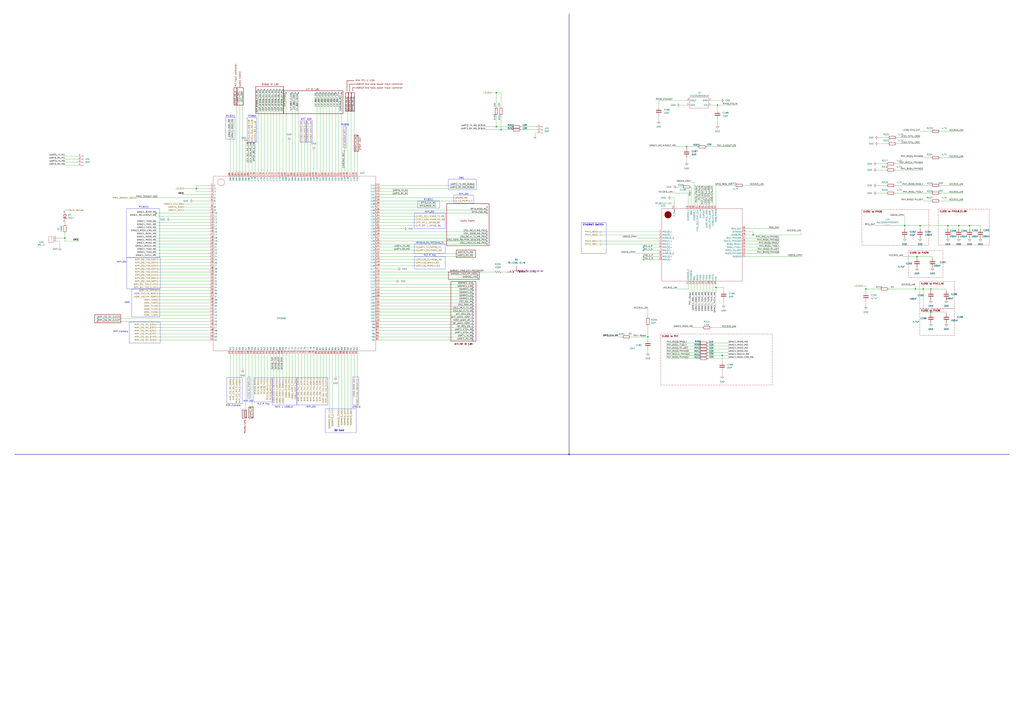
<source format=kicad_sch>
(kicad_sch (version 20231120) (generator "eeschema") (generator_version "8.0")
  (paper "A1")
  (junction (at 53.34 195.58))
  (junction (at 563.88 120.65))
  (junction (at 407.67 76.2))
  (junction (at 467.36 373.38))
  (junction (at 711.2 237.49))
  (junction (at 758.19 237.49))
  (junction (at 532.13 276.86))
  (junction (at 764.54 256.54))
  (junction (at 787.4 185.42))
  (junction (at 588.01 236.22))
  (junction (at 778.51 185.42))
  (junction (at 753.11 210.82))
  (junction (at 161.29 154.94))
  (junction (at 618.49 193.04))
  (junction (at 411.48 106.68))
  (junction (at 593.09 292.1))
  (junction (at 589.28 86.36))
  (junction (at 751.84 237.49))
  (junction (at 407.67 104.14))
  (junction (at 755.65 185.42))
  (junction (at 764.54 237.49))
  (junction (at 742.95 185.42))
  (junction (at 796.29 185.42))
  (no_connect (at 388.62 269.24))
  (no_connect (at 388.62 254))
  (no_connect (at 229.87 73.66))
  (no_connect (at 400.05 170.18))
  (no_connect (at 388.62 276.86))
  (no_connect (at 392.43 226.06))
  (no_connect (at 528.32 210.82))
  (no_connect (at 388.62 251.46))
  (no_connect (at 217.17 73.66))
  (no_connect (at 400.05 190.5))
  (no_connect (at 222.25 73.66))
  (no_connect (at 214.63 73.66))
  (no_connect (at 400.05 198.12))
  (no_connect (at 80.01 261.62))
  (no_connect (at 388.62 271.78))
  (no_connect (at 400.05 200.66))
  (no_connect (at 388.62 236.22))
  (no_connect (at 262.89 76.2))
  (no_connect (at 224.79 73.66))
  (no_connect (at 227.33 73.66))
  (no_connect (at 400.05 172.72))
  (no_connect (at 288.29 80.01))
  (no_connect (at 388.62 259.08))
  (no_connect (at 388.62 261.62))
  (no_connect (at 388.62 256.54))
  (no_connect (at 388.62 246.38))
  (no_connect (at 240.03 76.2))
  (no_connect (at 528.32 205.74))
  (no_connect (at 201.93 342.9))
  (no_connect (at 400.05 175.26))
  (no_connect (at 392.43 228.6))
  (no_connect (at 270.51 76.2))
  (no_connect (at 273.05 76.2))
  (no_connect (at 388.62 248.92))
  (no_connect (at 234.95 76.2))
  (no_connect (at 290.83 80.01))
  (no_connect (at 400.05 193.04))
  (no_connect (at 388.62 279.4))
  (no_connect (at 400.05 195.58))
  (no_connect (at 388.62 241.3))
  (no_connect (at 245.11 76.2))
  (no_connect (at 278.13 76.2))
  (no_connect (at 128.27 175.26))
  (no_connect (at 388.62 274.32))
  (no_connect (at 232.41 73.66))
  (no_connect (at 388.62 233.68))
  (no_connect (at 280.67 76.2))
  (no_connect (at 388.62 264.16))
  (no_connect (at 242.57 76.2))
  (no_connect (at 219.71 73.66))
  (no_connect (at 267.97 76.2))
  (no_connect (at 212.09 73.66))
  (no_connect (at 80.01 264.16))
  (no_connect (at 207.01 342.9))
  (no_connect (at 265.43 76.2))
  (no_connect (at 388.62 243.84))
  (no_connect (at 285.75 80.01))
  (no_connect (at 388.62 266.7))
  (no_connect (at 275.59 76.2))
  (no_connect (at 293.37 111.76))
  (no_connect (at 388.62 238.76))
  (no_connect (at 528.32 203.2))
  (no_connect (at 528.32 213.36))
  (no_connect (at 260.35 76.2))
  (wire (pts (xy 311.15 182.88) (xy 341.63 182.88)))
  (wire (pts (xy 758.19 139.7) (xy 735.33 139.7)))
  (wire (pts (xy 765.81 210.82) (xy 765.81 212.09)))
  (wire (pts (xy 46.5105 195.58) (xy 53.34 195.58)))
  (wire (pts (xy 217.17 82.55) (xy 217.17 142.24)))
  (wire (pts (xy 796.29 185.42) (xy 805.18 185.42)))
  (wire (pts (xy 640.08 187.96) (xy 612.14 187.96)))
  (wire (pts (xy 741.68 210.82) (xy 753.11 210.82)))
  (wire (pts (xy 720.09 139.7) (xy 727.71 139.7)))
  (wire (pts (xy 240.03 76.2) (xy 240.03 142.24)))
  (wire (pts (xy 129.54 218.44) (xy 172.72 218.44)))
  (wire (pts (xy 129.54 233.68) (xy 172.72 233.68)))
  (wire (pts (xy 222.25 80.01) (xy 222.25 142.24)))
  (wire (pts (xy 214.63 83.82) (xy 214.63 142.24)))
  (wire (pts (xy 262.89 290.83) (xy 262.89 311.15)))
  (wire (pts (xy 194.31 311.15) (xy 194.31 290.83)))
  (wire (pts (xy 589.28 90.17) (xy 589.28 86.36)))
  (wire (pts (xy 219.7076 81.28) (xy 219.71 81.28)))
  (wire (pts (xy 582.93 152.4) (xy 582.93 168.91)))
  (wire (pts (xy 189.23 311.15) (xy 189.23 290.83)))
  (wire (pts (xy 407.67 76.2) (xy 407.67 87.63)))
  (wire (pts (xy 758.19 256.54) (xy 764.54 256.54)))
  (wire (pts (xy 129.54 215.9) (xy 172.72 215.9)))
  (wire (pts (xy 581.66 289.56) (xy 598.17 289.56)))
  (wire (pts (xy 311.15 154.94) (xy 389.89 154.94)))
  (wire (pts (xy 427.99 106.68) (xy 440.69 106.68)))
  (wire (pts (xy 285.75 80.01) (xy 285.75 142.24)))
  (polyline (pts (xy 287.02 69.1057) (xy 291.4165 69.1057)) (stroke (width 0.3048) (color 132 0 0 1)))
  (wire (pts (xy 439.42 109.22) (xy 439.42 111.76)))
  (wire (pts (xy 132.6203 256.5382) (xy 132.6203 256.54)))
  (wire (pts (xy 732.79 185.42) (xy 742.95 185.42)))
  (wire (pts (xy 494.03 198.12) (xy 541.02 198.12)))
  (wire (pts (xy 280.67 336.55) (xy 280.67 290.83)))
  (wire (pts (xy 128.27 271.78) (xy 172.72 271.78)))
  (wire (pts (xy 791.21 107.95) (xy 772.16 107.95)))
  (wire (pts (xy 128.27 185.42) (xy 172.72 185.42)))
  (wire (pts (xy 132.6203 256.54) (xy 172.72 256.54)))
  (wire (pts (xy 758.19 134.62) (xy 735.33 134.62)))
  (wire (pts (xy 567.69 149.86) (xy 570.23 149.86)))
  (wire (pts (xy 311.15 228.6) (xy 392.43 228.6)))
  (wire (pts (xy 541.02 82.55) (xy 563.88 82.55)))
  (wire (pts (xy 111.76 162.56) (xy 172.72 162.56)))
  (wire (pts (xy 585.47 240.03) (xy 585.47 233.68)))
  (wire (pts (xy 131.3503 259.08) (xy 172.72 259.08)))
  (wire (pts (xy 411.48 76.2) (xy 407.67 76.2)))
  (wire (pts (xy 640.08 203.2) (xy 612.14 203.2)))
  (wire (pts (xy 764.54 256.54) (xy 777.24 256.54)))
  (wire (pts (xy 196.85 311.15) (xy 196.85 290.83)))
  (wire (pts (xy 128.27 195.58) (xy 172.72 195.58)))
  (bus (pts (xy 467.36 11.43) (xy 467.36 373.38)))
  (wire (pts (xy 311.15 193.04) (xy 400.05 193.04)))
  (wire (pts (xy 547.37 281.94) (xy 574.04 281.94)))
  (wire (pts (xy 585.47 152.4) (xy 585.47 168.91)))
  (wire (pts (xy 580.39 152.4) (xy 580.39 168.91)))
  (wire (pts (xy 311.15 162.56) (xy 373.38 162.56)))
  (wire (pts (xy 265.43 290.83) (xy 265.43 311.15)))
  (wire (pts (xy 285.75 336.55) (xy 285.75 290.83)))
  (wire (pts (xy 311.15 261.62) (xy 388.62 261.62)))
  (wire (pts (xy 565.15 237.49) (xy 556.26 237.49)))
  (wire (pts (xy 588.01 152.4) (xy 603.25 152.4)))
  (wire (pts (xy 161.29 154.94) (xy 172.72 154.94)))
  (wire (pts (xy 232.4076 74.93) (xy 232.41 74.93)))
  (wire (pts (xy 730.25 237.49) (xy 751.84 237.49)))
  (wire (pts (xy 53.34 128.27) (xy 63.5 128.27)))
  (wire (pts (xy 778.51 185.42) (xy 778.51 187.96)))
  (wire (pts (xy 135.1603 251.4582) (xy 135.1603 251.46)))
  (wire (pts (xy 229.87 290.83) (xy 229.87 311.15)))
  (wire (pts (xy 140.2403 241.3) (xy 172.72 241.3)))
  (wire (pts (xy 577.85 240.03) (xy 577.85 233.68)))
  (wire (pts (xy 577.85 152.4) (xy 577.85 168.91)))
  (wire (pts (xy 335.28 157.48) (xy 311.15 157.48)))
  (wire (pts (xy 128.27 279.4) (xy 172.72 279.4)))
  (wire (pts (xy 411.48 95.25) (xy 411.48 106.68)))
  (wire (pts (xy 128.27 200.66) (xy 172.72 200.66)))
  (wire (pts (xy 581.66 281.94) (xy 598.17 281.94)))
  (wire (pts (xy 311.15 226.06) (xy 392.43 226.06)))
  (wire (pts (xy 247.65 116.84) (xy 247.65 142.24)))
  (wire (pts (xy 311.15 241.3) (xy 388.62 241.3)))
  (wire (pts (xy 565.15 158.75) (xy 552.45 158.75)))
  (wire (pts (xy 721.36 113.03) (xy 728.98 113.03)))
  (wire (pts (xy 589.28 86.36) (xy 605.79 86.36)))
  (wire (pts (xy 532.13 276.86) (xy 532.13 279.4)))
  (wire (pts (xy 547.37 294.64) (xy 574.04 294.64)))
  (wire (pts (xy 130.0803 238.7582) (xy 141.5103 238.7582)))
  (wire (pts (xy 772.16 165.1) (xy 791.21 165.1)))
  (wire (pts (xy 311.15 236.22) (xy 388.62 236.22)))
  (wire (pts (xy 212.09 73.66) (xy 212.09 142.24)))
  (wire (pts (xy 358.14 170.18) (xy 311.15 170.18)))
  (wire (pts (xy 494.03 190.5) (xy 541.02 190.5)))
  (wire (pts (xy 521.97 208.28) (xy 541.02 208.28)))
  (wire (pts (xy 541.02 99.06) (xy 541.02 95.25)))
  (wire (pts (xy 593.09 292.1) (xy 598.17 292.1)))
  (wire (pts (xy 581.66 287.02) (xy 598.17 287.02)))
  (wire (pts (xy 128.27 177.8) (xy 172.72 177.8)))
  (wire (pts (xy 222.2476 80.01) (xy 222.25 80.01)))
  (wire (pts (xy 758.19 237.49) (xy 758.19 256.54)))
  (wire (pts (xy 311.15 208.28) (xy 388.62 208.28)))
  (wire (pts (xy 204.47 116.84) (xy 204.47 142.24)))
  (wire (pts (xy 796.29 185.42) (xy 796.29 187.96)))
  (wire (pts (xy 711.2 234.95) (xy 711.2 237.49)))
  (wire (pts (xy 659.13 210.82) (xy 612.14 210.82)))
  (wire (pts (xy 311.15 256.54) (xy 388.62 256.54)))
  (wire (pts (xy 311.15 251.46) (xy 388.62 251.46)))
  (wire (pts (xy 53.34 135.89) (xy 63.5 135.89)))
  (polyline (pts (xy 284.9657 74.8383) (xy 284.9636 66.3367)) (stroke (width 0.3048) (color 132 0 0 1)))
  (wire (pts (xy 49.0505 198.1935) (xy 46.5105 198.1935)))
  (wire (pts (xy 278.13 76.2) (xy 278.13 142.24)))
  (wire (pts (xy 311.15 177.8) (xy 341.63 177.8)))
  (wire (pts (xy 293.37 111.76) (xy 293.37 142.24)))
  (wire (pts (xy 588.01 233.68) (xy 588.01 236.22)))
  (wire (pts (xy 288.29 336.55) (xy 288.29 290.83)))
  (wire (pts (xy 553.72 162.56) (xy 551.18 162.56)))
  (wire (pts (xy 130.0803 248.9182) (xy 136.4303 248.9182)))
  (wire (pts (xy 311.15 259.08) (xy 388.62 259.08)))
  (wire (pts (xy 151.13 172.72) (xy 172.72 172.72)))
  (wire (pts (xy 720.09 158.75) (xy 727.71 158.75)))
  (wire (pts (xy 219.71 311.15) (xy 219.71 290.83)))
  (wire (pts (xy 252.73 116.84) (xy 252.73 142.24)))
  (wire (pts (xy 751.84 237.49) (xy 758.19 237.49)))
  (wire (pts (xy 128.27 187.96) (xy 172.72 187.96)))
  (wire (pts (xy 222.2476 73.8414) (xy 222.2476 80.01)))
  (wire (pts (xy 53.34 198.1935) (xy 64.77 198.1935)))
  (wire (pts (xy 273.05 76.2) (xy 273.05 142.24)))
  (wire (pts (xy 311.15 271.78) (xy 388.62 271.78)))
  (polyline (pts (xy 287.02 74.93) (xy 287.02 69.1057)) (stroke (width 0.3048) (color 132 0 0 1)))
  (wire (pts (xy 129.54 226.06) (xy 172.72 226.06)))
  (wire (pts (xy 407.67 104.14) (xy 420.37 104.14)))
  (wire (pts (xy 260.35 76.2) (xy 260.35 142.24)))
  (wire (pts (xy 311.15 190.5) (xy 400.05 190.5)))
  (wire (pts (xy 528.32 213.36) (xy 541.02 213.36)))
  (wire (pts (xy 161.29 152.4) (xy 172.72 152.4)))
  (wire (pts (xy 128.27 198.12) (xy 172.72 198.12)))
  (wire (pts (xy 640.08 198.12) (xy 612.14 198.12)))
  (wire (pts (xy 224.79 78.74) (xy 224.79 142.24)))
  (wire (pts (xy 341.63 215.9) (xy 311.15 215.9)))
  (wire (pts (xy 412.75 223.52) (xy 416.56 223.52)))
  (wire (pts (xy 311.15 254) (xy 388.62 254)))
  (wire (pts (xy 270.51 76.2) (xy 270.51 142.24)))
  (wire (pts (xy 311.15 276.86) (xy 388.62 276.86)))
  (wire (pts (xy 736.6 113.03) (xy 755.65 113.03)))
  (wire (pts (xy 128.27 175.26) (xy 172.72 175.26)))
  (wire (pts (xy 400.05 172.72) (xy 311.15 172.72)))
  (wire (pts (xy 604.52 120.65) (xy 580.39 120.65)))
  (wire (pts (xy 640.08 200.66) (xy 612.14 200.66)))
  (wire (pts (xy 311.15 246.38) (xy 388.62 246.38)))
  (wire (pts (xy 411.48 106.68) (xy 420.37 106.68)))
  (wire (pts (xy 791.21 152.4) (xy 772.16 152.4)))
  (wire (pts (xy 742.95 185.42) (xy 755.65 185.42)))
  (wire (pts (xy 555.7876 153.67) (xy 560.07 153.67)))
  (wire (pts (xy 138.9703 243.8382) (xy 138.9703 243.84)))
  (wire (pts (xy 227.33 290.83) (xy 227.33 311.15)))
  (wire (pts (xy 311.15 220.98) (xy 326.39 220.98)))
  (wire (pts (xy 201.93 116.84) (xy 201.93 142.24)))
  (wire (pts (xy 191.77 311.15) (xy 191.77 290.83)))
  (wire (pts (xy 518.16 276.86) (xy 532.13 276.86)))
  (wire (pts (xy 265.43 76.2) (xy 265.43 142.24)))
  (wire (pts (xy 618.49 193.04) (xy 612.14 193.04)))
  (wire (pts (xy 753.11 210.82) (xy 765.81 210.82)))
  (wire (pts (xy 137.7003 246.3782) (xy 137.7003 246.38)))
  (wire (pts (xy 311.15 187.96) (xy 331.47 187.96)))
  (wire (pts (xy 64.77 198.12) (xy 64.77 198.1935)))
  (wire (pts (xy 593.09 292.1) (xy 593.09 297.18)))
  (wire (pts (xy 758.19 237.49) (xy 764.54 237.49)))
  (wire (pts (xy 311.15 165.1) (xy 373.38 165.1)))
  (wire (pts (xy 755.65 185.42) (xy 755.65 187.96)))
  (wire (pts (xy 708.66 234.95) (xy 711.2 234.95)))
  (wire (pts (xy 130.0803 253.9982) (xy 133.8903 253.9982)))
  (wire (pts (xy 528.32 203.2) (xy 541.02 203.2)))
  (wire (pts (xy 128.27 193.04) (xy 172.72 193.04)))
  (wire (pts (xy 528.32 205.74) (xy 541.02 205.74)))
  (wire (pts (xy 427.99 104.14) (xy 440.69 104.14)))
  (wire (pts (xy 720.09 134.62) (xy 727.71 134.62)))
  (wire (pts (xy 219.71 81.28) (xy 219.71 142.24)))
  (wire (pts (xy 288.29 80.01) (xy 288.29 142.24)))
  (wire (pts (xy 214.6276 83.82) (xy 214.63 83.82)))
  (wire (pts (xy 128.27 266.7) (xy 172.72 266.7)))
  (wire (pts (xy 49.0505 203.2735) (xy 49.0505 198.1935)))
  (wire (pts (xy 130.0803 241.2982) (xy 140.2403 241.2982)))
  (wire (pts (xy 494.03 200.66) (xy 541.02 200.66)))
  (wire (pts (xy 214.63 311.15) (xy 214.63 290.83)))
  (wire (pts (xy 341.63 218.44) (xy 311.15 218.44)))
  (wire (pts (xy 151.13 170.18) (xy 172.72 170.18)))
  (wire (pts (xy 53.34 184.15) (xy 53.34 182.88)))
  (wire (pts (xy 229.8676 76.2) (xy 229.87 76.2)))
  (wire (pts (xy 237.49 115.57) (xy 237.49 142.24)))
  (wire (pts (xy 565.15 168.91) (xy 565.15 158.75)))
  (wire (pts (xy 237.49 311.15) (xy 237.49 290.83)))
  (wire (pts (xy 255.27 116.84) (xy 255.27 142.24)))
  (wire (pts (xy 273.05 336.55) (xy 273.05 290.83)))
  (wire (pts (xy 128.27 182.88) (xy 172.72 182.88)))
  (wire (pts (xy 311.15 198.12) (xy 400.05 198.12)))
  (wire (pts (xy 212.09 311.15) (xy 212.09 290.83)))
  (wire (pts (xy 141.5103 238.7582) (xy 141.5103 238.76)))
  (wire (pts (xy 204.47 311.15) (xy 204.47 290.83)))
  (wire (pts (xy 255.27 290.83) (xy 255.27 311.15)))
  (wire (pts (xy 311.15 274.32) (xy 388.62 274.32)))
  (wire (pts (xy 398.78 104.14) (xy 407.67 104.14)))
  (wire (pts (xy 280.67 76.2) (xy 280.67 142.24)))
  (wire (pts (xy 618.49 190.5) (xy 618.49 193.04)))
  (wire (pts (xy 240.03 311.15) (xy 240.03 290.83)))
  (wire (pts (xy 753.11 210.82) (xy 753.11 212.09)))
  (wire (pts (xy 758.19 165.1) (xy 764.54 165.1)))
  (wire (pts (xy 161.29 154.94) (xy 161.29 152.4)))
  (wire (pts (xy 764.54 237.49) (xy 777.24 237.49)))
  (wire (pts (xy 547.37 289.56) (xy 574.04 289.56)))
  (wire (pts (xy 805.18 185.42) (xy 805.18 187.96)))
  (wire (pts (xy 139.7 180.34) (xy 172.72 180.34)))
  (wire (pts (xy 207.01 116.84) (xy 207.01 142.24)))
  (wire (pts (xy 201.93 290.83) (xy 201.93 342.9)))
  (wire (pts (xy 217.1676 73.8414) (xy 217.1676 82.55)))
  (wire (pts (xy 751.84 237.49) (xy 751.84 234.95)))
  (wire (pts (xy 129.54 220.98) (xy 172.72 220.98)))
  (wire (pts (xy 137.7003 246.38) (xy 172.72 246.38)))
  (wire (pts (xy 618.49 190.5) (xy 612.14 190.5)))
  (wire (pts (xy 777.24 256.54) (xy 777.24 257.81)))
  (wire (pts (xy 589.28 102.87) (xy 589.28 97.79)))
  (wire (pts (xy 283.21 336.55) (xy 283.21 290.83)))
  (wire (pts (xy 721.36 118.11) (xy 728.98 118.11)))
  (wire (pts (xy 209.55 116.84) (xy 209.55 142.24)))
  (wire (pts (xy 558.8 86.36) (xy 563.88 86.36)))
  (wire (pts (xy 141.5103 238.76) (xy 172.72 238.76)))
  (wire (pts (xy 778.51 185.42) (xy 787.4 185.42)))
  (wire (pts (xy 311.15 266.7) (xy 388.62 266.7)))
  (wire (pts (xy 260.35 290.83) (xy 260.35 311.15)))
  (wire (pts (xy 219.7076 73.8414) (xy 219.7076 81.28)))
  (wire (pts (xy 568.96 269.24) (xy 576.58 269.24)))
  (wire (pts (xy 189.23 97.79) (xy 189.23 142.24)))
  (wire (pts (xy 567.69 153.67) (xy 567.69 168.91)))
  (wire (pts (xy 128.27 210.82) (xy 172.72 210.82)))
  (wire (pts (xy 262.89 76.2) (xy 262.89 142.24)))
  (wire (pts (xy 55.88 172.72) (xy 53.34 172.72)))
  (wire (pts (xy 580.39 240.03) (xy 580.39 233.68)))
  (wire (pts (xy 128.27 203.2) (xy 172.72 203.2)))
  (wire (pts (xy 593.09 304.8) (xy 593.09 308.61)))
  (polyline (pts (xy 284.9636 66.3367) (xy 290.9533 66.3345)) (stroke (width 0.3048) (color 132 0 0 1)))
  (wire (pts (xy 80.01 264.16) (xy 172.72 264.16)))
  (wire (pts (xy 594.36 236.22) (xy 588.01 236.22)))
  (wire (pts (xy 242.57 76.2) (xy 242.57 142.24)))
  (wire (pts (xy 581.66 292.1) (xy 593.09 292.1)))
  (wire (pts (xy 358.14 167.64) (xy 311.15 167.64)))
  (wire (pts (xy 581.66 284.48) (xy 598.17 284.48)))
  (wire (pts (xy 158.75 165.1) (xy 172.72 165.1)))
  (wire (pts (xy 532.13 254) (xy 532.13 260.35)))
  (wire (pts (xy 133.8903 254) (xy 172.72 254)))
  (wire (pts (xy 440.69 109.22) (xy 439.42 109.22)))
  (wire (pts (xy 311.15 243.84) (xy 388.62 243.84)))
  (wire (pts (xy 582.93 240.03) (xy 582.93 233.68)))
  (wire (pts (xy 130.0803 251.4582) (xy 135.1603 251.4582)))
  (wire (pts (xy 138.9703 243.84) (xy 172.72 243.84)))
  (wire (pts (xy 311.15 210.82) (xy 388.62 210.82)))
  (wire (pts (xy 130.0803 243.8382) (xy 138.9703 243.8382)))
  (wire (pts (xy 610.87 152.4) (xy 627.38 152.4)))
  (wire (pts (xy 311.15 180.34) (xy 341.63 180.34)))
  (wire (pts (xy 572.77 152.4) (xy 572.77 168.91)))
  (wire (pts (xy 140.2403 241.2982) (xy 140.2403 241.3)))
  (wire (pts (xy 570.23 240.03) (xy 570.23 233.68)))
  (wire (pts (xy 194.31 74.93) (xy 194.31 142.24)))
  (wire (pts (xy 129.54 228.6) (xy 172.72 228.6)))
  (wire (pts (xy 53.34 130.81) (xy 63.5 130.81)))
  (wire (pts (xy 232.41 74.93) (xy 232.41 142.24)))
  (wire (pts (xy 575.31 240.03) (xy 575.31 233.68)))
  (wire (pts (xy 565.15 233.68) (xy 565.15 237.49)))
  (wire (pts (xy 400.05 200.66) (xy 311.15 200.66)))
  (wire (pts (xy 293.37 311.15) (xy 293.37 290.83)))
  (wire (pts (xy 711.2 237.49) (xy 722.63 237.49)))
  (wire (pts (xy 311.15 152.4) (xy 389.89 152.4)))
  (wire (pts (xy 214.6276 73.8414) (xy 214.6276 83.82)))
  (wire (pts (xy 594.36 236.22) (xy 594.36 238.76)))
  (wire (pts (xy 567.69 240.03) (xy 567.69 233.68)))
  (wire (pts (xy 290.83 80.01) (xy 290.83 142.24)))
  (wire (pts (xy 736.6 118.11) (xy 755.65 118.11)))
  (wire (pts (xy 136.4303 248.9182) (xy 136.4303 248.92)))
  (wire (pts (xy 227.3276 77.47) (xy 227.33 77.47)))
  (wire (pts (xy 128.27 276.86) (xy 172.72 276.86)))
  (wire (pts (xy 224.7876 73.8414) (xy 224.7876 78.74)))
  (polyline (pts (xy 289.56 74.93) (xy 289.56 72.1288)) (stroke (width 0.3048) (color 132 0 0 1)))
  (bus (pts (xy 467.36 373.38) (xy 829.31 373.38)))
  (wire (pts (xy 245.11 76.2) (xy 245.11 142.24)))
  (wire (pts (xy 199.39 74.93) (xy 199.39 142.24)))
  (polyline (pts (xy 289.56 72.1288) (xy 291.3359 72.1288)) (stroke (width 0.3048) (color 132 0 0 1)))
  (wire (pts (xy 575.31 152.4) (xy 575.31 168.91)))
  (wire (pts (xy 128.27 190.5) (xy 172.72 190.5)))
  (wire (pts (xy 232.4076 73.8414) (xy 232.4076 74.93)))
  (wire (pts (xy 532.13 287.02) (xy 532.13 289.56)))
  (wire (pts (xy 217.17 311.15) (xy 217.17 290.83)))
  (wire (pts (xy 411.48 87.63) (xy 411.48 76.2)))
  (wire (pts (xy 400.05 175.26) (xy 311.15 175.26)))
  (wire (pts (xy 80.01 261.62) (xy 172.72 261.62)))
  (wire (pts (xy 136.4303 248.92) (xy 172.72 248.92)))
  (wire (pts (xy 570.23 149.86) (xy 570.23 168.91)))
  (wire (pts (xy 227.3276 73.8414) (xy 227.3276 77.47)))
  (wire (pts (xy 787.4 185.42) (xy 787.4 187.96)))
  (wire (pts (xy 267.97 76.2) (xy 267.97 142.24)))
  (wire (pts (xy 657.86 193.04) (xy 618.49 193.04)))
  (wire (pts (xy 131.3503 259.0782) (xy 131.3503 259.08)))
  (wire (pts (xy 523.24 195.58) (xy 541.02 195.58)))
  (wire (pts (xy 130.0803 256.5382) (xy 132.6203 256.5382)))
  (wire (pts (xy 720.09 152.4) (xy 727.71 152.4)))
  (wire (pts (xy 311.15 233.68) (xy 388.62 233.68)))
  (wire (pts (xy 53.34 191.77) (xy 53.34 195.58)))
  (wire (pts (xy 311.15 195.58) (xy 400.05 195.58)))
  (wire (pts (xy 128.27 208.28) (xy 172.72 208.28)))
  (wire (pts (xy 311.15 203.2) (xy 341.63 203.2)))
  (wire (pts (xy 161.29 157.48) (xy 172.72 157.48)))
  (wire (pts (xy 129.54 213.36) (xy 172.72 213.36)))
  (wire (pts (xy 278.13 336.55) (xy 278.13 290.83)))
  (wire (pts (xy 128.27 269.24) (xy 172.72 269.24)))
  (wire (pts (xy 764.54 237.49) (xy 764.54 238.76)))
  (wire (pts (xy 563.88 120.65) (xy 563.88 121.92)))
  (wire (pts (xy 247.65 290.83) (xy 247.65 311.15)))
  (wire (pts (xy 129.54 236.22) (xy 172.72 236.22)))
  (wire (pts (xy 398.78 106.68) (xy 411.48 106.68)))
  (wire (pts (xy 135.1603 251.46) (xy 172.72 251.46)))
  (wire (pts (xy 335.28 160.02) (xy 311.15 160.02)))
  (wire (pts (xy 563.88 120.65) (xy 572.77 120.65)))
  (wire (pts (xy 224.79 290.83) (xy 224.79 311.15)))
  (wire (pts (xy 755.65 185.42) (xy 778.51 185.42)))
  (wire (pts (xy 311.15 205.74) (xy 341.63 205.74)))
  (wire (pts (xy 275.59 76.2) (xy 275.59 142.24)))
  (wire (pts (xy 224.7876 78.74) (xy 224.79 78.74)))
  (wire (pts (xy 791.21 158.75) (xy 772.16 158.75)))
  (wire (pts (xy 130.0803 259.0782) (xy 131.3503 259.0782)))
  (wire (pts (xy 128.27 274.32) (xy 172.72 274.32)))
  (wire (pts (xy 553.72 168.91) (xy 553.72 162.56)))
  (wire (pts (xy 735.33 158.75) (xy 764.54 158.75)))
  (wire (pts (xy 735.33 152.4) (xy 764.54 152.4)))
  (wire (pts (xy 640.08 195.58) (xy 612.14 195.58)))
  (wire (pts (xy 777.24 237.49) (xy 777.24 238.76)))
  (wire (pts (xy 640.08 208.28) (xy 612.14 208.28)))
  (wire (pts (xy 547.37 287.02) (xy 574.04 287.02)))
  (wire (pts (xy 191.77 97.79) (xy 191.77 142.24)))
  (wire (pts (xy 151.13 154.94) (xy 161.29 154.94)))
  (wire (pts (xy 311.15 238.76) (xy 388.62 238.76)))
  (wire (pts (xy 787.4 185.42) (xy 796.29 185.42)))
  (wire (pts (xy 711.2 247.65) (xy 711.2 251.46)))
  (wire (pts (xy 589.28 86.36) (xy 584.2 86.36)))
  (wire (pts (xy 199.39 290.83) (xy 199.39 303.53)))
  (wire (pts (xy 245.11 290.83) (xy 245.11 311.15)))
  (wire (pts (xy 718.82 185.42) (xy 725.17 185.42)))
  (wire (pts (xy 594.36 246.38) (xy 594.36 250.19)))
  (wire (pts (xy 554.99 120.65) (xy 563.88 120.65)))
  (wire (pts (xy 591.82 82.55) (xy 584.2 82.55)))
  (wire (pts (xy 588.01 236.22) (xy 588.01 240.03)))
  (wire (pts (xy 229.87 76.2) (xy 229.87 142.24)))
  (wire (pts (xy 257.81 290.83) (xy 257.81 311.15)))
  (wire (pts (xy 311.15 248.92) (xy 388.62 248.92)))
  (wire (pts (xy 532.13 276.86) (xy 532.13 267.97)))
  (wire (pts (xy 764.54 129.54) (xy 758.19 129.54)))
  (wire (pts (xy 232.41 290.83) (xy 232.41 311.15)))
  (wire (pts (xy 755.65 107.95) (xy 764.54 107.95)))
  (wire (pts (xy 209.55 311.15) (xy 209.55 290.83)))
  (wire (pts (xy 311.15 264.16) (xy 388.62 264.16)))
  (wire (pts (xy 217.1676 82.55) (xy 217.17 82.55)))
  (wire (pts (xy 657.86 190.5) (xy 657.86 193.04)))
  (wire (pts (xy 250.19 290.83) (xy 250.19 311.15)))
  (wire (pts (xy 588.01 152.4) (xy 588.01 168.91)))
  (wire (pts (xy 584.2 269.24) (xy 604.52 269.24)))
  (bus (pts (xy 12.0751 373.38) (xy 12.0751 373.4167)))
  (wire (pts (xy 270.51 290.83) (xy 270.51 336.55)))
  (wire (pts (xy 250.19 116.84) (xy 250.19 142.24)))
  (wire (pts (xy 283.21 120.65) (xy 283.21 142.24)))
  (wire (pts (xy 133.8903 253.9982) (xy 133.8903 254)))
  (wire (pts (xy 129.54 223.52) (xy 172.72 223.52)))
  (wire (pts (xy 742.95 185.42) (xy 742.95 187.96)))
  (wire (pts (xy 508 276.86) (xy 510.54 276.86)))
  (wire (pts (xy 53.34 198.1935) (xy 53.34 195.58)))
  (wire (pts (xy 711.2 237.49) (xy 711.2 240.03)))
  (wire (pts (xy 311.15 269.24) (xy 388.62 269.24)))
  (wire (pts (xy 563.88 133.35) (xy 563.88 129.54)))
  (wire (pts (xy 407.67 95.25) (xy 407.67 104.14)))
  (wire (pts (xy 267.97 290.83) (xy 267.97 311.15)))
  (wire (pts (xy 207.01 290.83) (xy 207.01 342.9)))
  (wire (pts (xy 581.66 294.64) (xy 598.17 294.64)))
  (wire (pts (xy 341.63 185.42) (xy 311.15 185.42)))
  (wire (pts (xy 764.54 256.54) (xy 764.54 257.81)))
  (wire (pts (xy 541.02 87.63) (xy 541.02 82.55)))
  (wire (pts (xy 742.95 185.42) (xy 742.95 177.8)))
  (wire (pts (xy 227.33 77.47) (xy 227.33 142.24)))
  (wire (pts (xy 791.21 129.54) (xy 772.16 129.54)))
  (wire (pts (xy 257.81 123.19) (xy 257.81 142.24)))
  (wire (pts (xy 311.15 231.14) (xy 325.12 231.14)))
  (wire (pts (xy 640.08 205.74) (xy 612.14 205.74)))
  (wire (pts (xy 547.37 284.48) (xy 574.04 284.48)))
  (wire (pts (xy 151.13 167.64) (xy 172.72 167.64)))
  (bus (pts (xy 467.36 373.38) (xy 12.0751 373.38)))
  (wire (pts (xy 53.34 133.35) (xy 63.5 133.35)))
  (wire (pts (xy 311.15 223.52) (xy 405.13 223.52)))
  (wire (pts (xy 572.77 240.03) (xy 572.77 233.68)))
  (wire (pts (xy 128.27 205.74) (xy 172.72 205.74)))
  (wire (pts (xy 151.13 160.02) (xy 172.72 160.02)))
  (wire (pts (xy 161.29 154.94) (xy 161.29 157.48)))
  (wire (pts (xy 242.57 311.15) (xy 242.57 290.83)))
  (wire (pts (xy 222.25 311.15) (xy 222.25 290.83)))
  (wire (pts (xy 547.37 292.1) (xy 574.04 292.1)))
  (wire (pts (xy 252.73 290.83) (xy 252.73 311.15)))
  (wire (pts (xy 229.8676 73.8414) (xy 229.8676 76.2)))
  (wire (pts (xy 494.03 193.04) (xy 541.02 193.04)))
  (wire (pts (xy 528.32 210.82) (xy 541.02 210.82)))
  (wire (pts (xy 341.63 213.36) (xy 311.15 213.36)))
  (wire (pts (xy 275.59 290.83) (xy 275.59 309.88)))
  (wire (pts (xy 130.0803 246.3782) (xy 137.7003 246.3782)))
  (wire (pts (xy 311.15 279.4) (xy 388.62 279.4)))
  (wire (pts (xy 290.83 311.15) (xy 290.83 290.83)))
  (wire (pts (xy 431.8 223.52) (xy 438.15 223.52)))
  (wire (pts (xy 196.85 74.93) (xy 196.85 142.24)))
  (wire (pts (xy 403.86 76.2) (xy 407.67 76.2)))
  (wire (pts (xy 46.5105 195.58) (xy 46.5105 195.6535)))
  (wire (pts (xy 234.95 311.15) (xy 234.95 290.83)))
  (wire (pts (xy 234.95 76.2) (xy 234.95 142.24)))
  (wire (pts (xy 129.54 231.14) (xy 172.72 231.14)))
  (rectangle (start 232.915 74.6136) (end 281.6987 93.4096) (stroke (width 0.3048) (color 132 0 0 1)))
  (rectangle (start 203.2 309.88) (end 205.74 327.66))
  (rectangle (start 204.2797 334.4672) (end 207.9075 343.597) (stroke (width 0.3048) (color 132 0 0 1)))
  (rectangle (start 208.2829 310.4478) (end 223.5229 330.2))
  (rectangle (start 243.885 310.3678) (end 269.24 332.7198))
  (rectangle (start 286.2236 76.2023) (end 288.5835 91.44) (stroke (width 0.3048) (color 132 0 0 1)))
  (rectangle (start 194.6126 71.9699) (end 199.9332 86.36) (stroke (width 0.3048) (color 132 0 0 1)))
  (rectangle (start 372.5364 160.4479) (end 388.9821 166.9771))
  (rectangle (start 251.46 99.06) (end 256.54 116.84))
  (rectangle (start 198.8929 337.0296) (end 202.4489 343.6336) (stroke (width 0.3048) (color 132 0 0 1)))
  (rectangle (start 370.332 231.394) (end 390.906 280.416) (stroke (width 0.3048) (color 132 0 0 1)))
  (rectangle (start 289.56 309.88) (end 294.64 332.74))
  (rectangle (start 185.42 96.52) (end 193.04 114.3))
  (rectangle (start 106.0865 264.7254) (end 131.4865 281.94))
  (rectangle (start 368.3 147.32) (end 391.16 156.0295))
  (rectangle (start 342.9 165.1) (end 360.9834 171.1479))
  (rectangle (start 246.38 99.06) (end 251.46 116.84))
  (rectangle (start 374.703 205.4382) (end 390.423 211.5561) (stroke (width 0.3048) (color 132 0 0 1)))
  (rectangle (start 210.0556 71.12) (end 232.9156 93.4225) (stroke (width 0.3048) (color 132 0 0 1)))
  (rectangle (start 283.7594 76.2) (end 286.1997 91.44) (stroke (width 0.3048) (color 132 0 0 1)))
  (rectangle (start 108.3035 237.4291) (end 131.2489 260.6158))
  (rectangle (start 223.52 310.388) (end 243.84 332.74))
  (rectangle (start 104.14 211.7872) (end 131.541 237.3823))
  (rectangle (start 368.3 223.52) (end 393.7 229.6379) (stroke (width 0.3048) (color 132 0 0 1)))
  (rectangle (start 103.886 171.45) (end 131.064 211.836))
  (rectangle (start 288.6334 76.2) (end 291.1734 91.44) (stroke (width 0.3048) (color 132 0 0 1)))
  (rectangle (start 291.0038 111.0636) (end 294.3058 124.46) (stroke (width 0.3048) (color 132 0 0 1)))
  (rectangle (start 186.3844 310.1182) (end 199.0844 331.7082))
  (rectangle (start 203.2 96.52) (end 210.82 116.84))
  (rectangle (start 282.0206 103.776) (end 284.3066 121.556))
  (rectangle (start 340.36 175.26) (end 365.76 187.96))
  (rectangle (start 192.1179 71.9774) (end 194.5767 86.3637) (stroke (width 0.3048) (color 132 0 0 1)))
  (rectangle (start 208.28 342.9) (end 208.28 342.9))
  (rectangle (start 77.7298 258.6478) (end 99.1364 265.2489) (stroke (width 0.3048) (color 132 0 0 1)))
  (rectangle (start 366.7908 167.4033) (end 401.6774 201.93) (stroke (width 0.3048) (color 132 0 0 1)))
  (rectangle (start 340.36 200.66) (end 365.76 208.28))
  (rectangle (start 267.2598 335.9039) (end 292.6148 355.6))
  (rectangle (start 340.36 210.82) (end 365.76 220.98))
  (text_box "CLOSE to PIN30\n" (at 707.898 172.212 0) (size 54.864 29.464) (stroke (width 0) (type dash) (color 132 0 0 1)) (effects (font (size 1.27 1.27) (thickness 0.254) (bold yes)) (justify left top)))
  (text_box "CLOSE to PIN11,40\n\n\n\n" (at 755.396 231.394 0) (size 28.448 22.098) (stroke (width 0) (type dash) (color 132 0 0 1)) (effects (font (size 1.27 1.27) (thickness 0.254) (bold yes)) (justify left top)))
  (text_box "CLOSE to PIN3,8,21,38\n\n" (at 770.636 171.958 0) (size 41.91 29.464) (stroke (width 0) (type dash) (color 132 0 0 1)) (effects (font (size 1.27 1.27) (thickness 0.254) (bold yes)) (justify left top)))
  (text_box "CLOSE to PIN28\n\n\n\n" (at 755.396 253.492 0) (size 28.448 22.098) (stroke (width 0) (type dash) (color 132 0 0 1)) (effects (font (size 1.27 1.27) (thickness 0.254) (bold yes)) (justify left top)))
  (text_box "CLOSE to PHY\n\n\n\n\n" (at 542.544 274.574 0) (size 91.694 41.91) (stroke (width 0) (type dash) (color 132 0 0 1)) (effects (font (size 1.27 1.27) (thickness 0.254) (bold yes)) (justify left top)))
  (text_box "ETHERNET SWITCH\n" (at 477.52 182.88 0) (size 20.32 25.4) (effects (font (size 1.27 1.27) (bold yes)) (justify left top)))
  (text_box "CLOSE to PIN29\n\n\n" (at 745.998 205.994 0) (size 28.448 22.098) (stroke (width 0) (type dash) (color 132 0 0 1)) (effects (font (size 1.27 1.27) (thickness 0.254) (bold yes)) (justify left top)))
  (text "MIPI_DSI\n" (at 255.524 334.518 0) (effects (font (size 1.27 1.27))))
  (text "MINI PCI-E CON\n" (at 299.72 66.294 0) (effects (font (size 1.27 1.27))))
  (text "RP2040_RX/RP2040_TX\n" (at 353.06 199.644 0) (effects (font (size 1.27 1.27))))
  (text "MIPI_DSI\n" (at 99.822 215.392 0) (effects (font (size 1.27 1.27))))
  (text "RTL8211\n" (at 189.484 95.504 0) (effects (font (size 1.27 1.27))))
  (text "MIPI_DSI\n" (at 380.746 159.512 0) (effects (font (size 1.27 1.27))))
  (text "MIPI_Camera\n" (at 191.516 333.248 0) (effects (font (size 1.27 1.27))))
  (text "BT656 IO 1.8V" (at 221.996 69.596 0) (effects (font (size 1.27 1.27))))
  (text "RTL8211" (at 352.044 164.084 0) (effects (font (size 1.27 1.27))))
  (text "RTL8211\n" (at 118.11 170.18 0) (effects (font (size 1.27 1.27))))
  (text "AUDIO CODEC" (at 197.104 65.278 90) (effects (font (size 1.27 1.27))))
  (text "MIPI_Camera\n" (at 99.06 272.542 0) (effects (font (size 1.27 1.27))))
  (text "CIF IO 1.8V\n" (at 256.794 73.66 0) (effects (font (size 1.27 1.27))))
  (text "DBG\n" (at 378.968 146.304 0) (effects (font (size 1.27 1.27))))
  (text "SATA + USB2.0\n\n" (at 233.172 335.534 0) (effects (font (size 1.27 1.27))))
  (text "M2 input controller\n\n" (at 194.564 61.976 90) (effects (font (size 1.27 1.27))))
  (text "TP2855\n\n" (at 207.01 96.52 0) (effects (font (size 1.27 1.27))))
  (text "MIPI_DSI\n" (at 352.806 174.244 0) (effects (font (size 1.27 1.27))))
  (text "TP2855\n" (at 283.21 102.616 0) (effects (font (size 1.27 1.27))))
  (text "M.2 M Key" (at 353.06 209.804 0) (effects (font (size 1.27 1.27))))
  (text "Audio Codec " (at 384.556 181.61 0) (effects (font (size 1.27 1.27))))
  (text "MIPI_DSI" (at 203.962 329.692 0) (effects (font (size 1.27 1.27))))
  (text "WIFI/BT IO 1.8V\n" (at 380.746 282.956 0) (effects (font (size 1.27 1.27) (thickness 0.254) (bold yes))))
  (text "M.2 M Key" (at 216.408 331.978 0) (effects (font (size 1.27 1.27))))
  (text "SD Card" (at 278.638 353.822 0) (effects (font (size 1.27 1.27) (thickness 0.254) (bold yes))))
  (text "SPDIF-OUT\n" (at 295.656 118.364 90) (effects (font (size 1.27 1.27))))
  (text "USB2.0" (at 292.608 334.518 0) (effects (font (size 1.27 1.27))))
  (text "USB3.0 And Sata power input controller\n\n" (at 311.404 73.406 0) (effects (font (size 1.27 1.27))))
  (text "USB2.0 And Sata power input controller\n\n" (at 311.404 70.358 0) (effects (font (size 1.27 1.27))))
  (text "HDMI\n" (at 104.394 248.666 0) (effects (font (size 1.27 1.27))))
  (text "GSM\n" (at 254 98.044 0) (effects (font (size 1.27 1.27))))
  (text "WİFİ\n" (at 248.92 98.044 0) (effects (font (size 1.27 1.27))))
  (text "RS485/GPS\n" (at 201.168 350.774 90) (effects (font (size 1.27 1.27))))
  (label "BT_WAKE_HOST_H" (at 388.62 266.7 180))
  (label "SDMMC1_D2" (at 388.62 243.84 180))
  (label "GMAC1_TXD0_M0" (at 128.27 182.88 180))
  (label "PHY_CLKOUT125" (at 577.85 152.4 270))
  (label "GMAC1_TXEN_M0" (at 585.47 240.03 270))
  (label "CIF_8BIT_D5" (at 273.05 76.2 270))
  (label "REG_OUT" (at 640.08 187.96 180))
  (label "I2S1_MCLK_M0_PMIC" (at 400.05 190.5 180))
  (label "VCC3V3_LAN" (at 657.86 190.5 180))
  (label "CAMERAF_RST_L" (at 283.21 123.19 270))
  (label "VCC3V3_LAN" (at 791.21 158.75 180))
  (label "VOP_BT656_D3_M1" (at 222.2476 73.8414 270))
  (label "LED2{slash}CFG_LDO1" (at 580.39 152.4 270))
  (label "GMAC1_RXCLK_M0" (at 128.27 203.2 180))
  (label "VCC3V3_LAN" (at 627.38 152.4 180))
  (label "I2S2_SDO_M0" (at 388.62 251.46 180))
  (label "SATA0_TXP" (at 224.79 293.37 270))
  (label "GPIO4_B5_d_1V8" (at 209.55 116.84 270))
  (label "PHY0_XTALIN" (at 575.31 152.4 270))
  (label "SDMMC1_CLK" (at 388.62 233.68 180))
  (label "GPIO0_A5_d" (at 194.31 74.93 270))
  (label "PHY_RXD0{slash}RXDLY" (at 640.08 200.66 180))
  (label "CIF_8BIT_CLKIN" (at 240.03 76.2 270))
  (label "CIF_8BIT_D1" (at 262.89 76.2 270))
  (label "VCC3V3_LAN" (at 791.21 129.54 180))
  (label "SDMMC1_CMD" (at 388.62 236.22 180))
  (label "SATA0_RXP" (at 229.87 293.37 270))
  (label "GPIO0_A0_d" (at 285.75 80.01 270))
  (label "UART1_CTSn_M0" (at 388.62 271.78 180))
  (label "VOP_BT656_D7_M1" (at 232.4076 73.8414 270))
  (label "PHY-Reset" (at 567.69 240.03 270))
  (label "WIFI_WAKE_HOST_H" (at 388.62 261.62 180))
  (label "GMAC1_RXD2_M0" (at 598.17 287.02 0))
  (label "PHY_RXD3{slash}PHYAD0" (at 640.08 208.28 180))
  (label "GMAC1_MCLKINOUT_M0" (at 554.99 120.65 180))
  (label "GMAC1_MDIO_M0" (at 191.77 97.79 270))
  (label "GMAC1_RXCLK_M0" (at 598.17 292.1 0))
  (label "SDMMC1_D0" (at 388.62 238.76 180))
  (label "SPI3_CLK_M1" (at 508 276.86 180) (effects (font (bold yes))))
  (label "I2S1_SDO0_M0_PMIC" (at 400.05 193.04 180))
  (label "UART5_RX_M1" (at 335.28 160.02 180))
  (label "GMAC1_RXD0_M0" (at 598.17 281.94 0))
  (label "UART2_TX_M0_DEBUG" (at 389.89 152.4 180))
  (label "SDMMC1_D3" (at 388.62 246.38 180))
  (label "BT_REG_ON_H" (at 388.62 269.24 180))
  (label "I2S1_LRCK_TX_M0_PMIC" (at 400.05 200.66 180))
  (label "MIPI_CSI_RX_CLK1P" (at 80.01 264.16 0))
  (label "I2C4_SCL_M0_1V8" (at 204.47 116.84 270))
  (label "PHY_RXD2{slash}PLLOFF" (at 547.37 287.02 0))
  (label "PHY_RXCLK{slash}PHYAD1" (at 547.37 292.1 0))
  (label "GMAC1_TXD2_M0" (at 128.27 205.74 180))
  (label "GMAC1_MDIO_M0" (at 568.96 269.24 180))
  (label "SPI3_MOSI_M1" (at 601.073 152.4 180))
  (label "GMAC1_TXCLK_M0" (at 128.27 210.82 180))
  (label "VCC3V3_LAN" (at 532.13 254 180))
  (label "LED2{slash}CFG_LDO1" (at 755.65 118.11 180))
  (label "LED0{slash}CFG_EXT" (at 755.65 107.95 180))
  (label "PHY_RXD0{slash}RXDLY" (at 547.37 281.94 0))
  (label "PHY_RXD3{slash}PHYAD0" (at 547.37 289.56 0))
  (label "CIF_8BIT_D0" (at 260.35 76.2 270))
  (label "PMIC_32KOUT_SOC" (at 111.76 162.56 0))
  (label "REG_OUT" (at 718.82 185.42 180))
  (label "PHY_RXCLK{slash}PHYAD1" (at 640.08 195.58 180))
  (label "GMAC1_RXD1_M0" (at 128.27 193.04 180))
  (label "I2S2_SDI_M0" (at 388.62 248.92 180))
  (label "VCC3V3_LAN" (at 604.52 269.24 180))
  (label "UART3_TX_M0" (at 53.34 133.35 180))
  (label "I2S2_LRCK_TX_M0" (at 388.62 254 180))
  (label "UART2_TX_M0_DEBUG" (at 398.78 104.14 180))
  (label "PHY_RXD2{slash}PLLOFF" (at 640.08 205.74 180))
  (label "UART1_RTSn_M0" (at 388.62 274.32 180))
  (label "WIFI_REG_ON_H" (at 388.62 259.08 180))
  (label "GMAC1_TXD1_M0" (at 128.27 185.42 180))
  (label "CIF_CLKOUT" (at 234.95 76.2 270))
  (label "UART2_RX_M0_DEBUG" (at 389.89 154.94 180))
  (label "UART1_TX_M0" (at 388.62 276.86 180))
  (label "VCC3V3_LAN" (at 741.68 210.82 180))
  (label "PHY_RXDV{slash}PHYAD2" (at 547.37 294.64 0))
  (label "VCC3V3_LAN" (at 556.26 237.49 180))
  (label "LED1{slash}CFG_LDO0" (at 755.65 113.03 180))
  (label "UART3_TX_M0" (at 388.62 208.28 180))
  (label "RSET" (at 567.69 156.21 270))
  (label "SDMMC1_D1" (at 388.62 241.3 180))
  (label "CIF_8BIT_VSYNC" (at 245.11 76.2 270))
  (label "PHY_RXDV{slash}PHYAD2" (at 640.08 198.12 180))
  (label "VCC3V3_LAN" (at 552.45 158.75 180))
  (label "VDD10_EPHY" (at 659.13 210.82 180))
  (label "PHY_CLKOUT125" (at 604.52 120.65 180))
  (label "LED0{slash}CFG_EXT" (at 585.47 152.4 270))
  (label "PHY_RXD1{slash}TXDLY" (at 547.37 284.48 0))
  (label "SPDIF_TX_M2" (at 293.37 111.76 270))
  (label "GMAC1_RXD3_M0" (at 598.17 289.56 0))
  (label "I2C1_SCL" (at 196.85 74.93 270))
  (label "VRTC" (at 64.77 198.12 180) (effects (font (bold yes))))
  (label "GMAC1_RXD2_M0" (at 128.27 200.66 180))
  (label "GMAC1_RXD1_M0" (at 598.17 284.48 0))
  (label "GMAC1_RXDV_CRS_M0" (at 598.17 294.64 0))
  (label "GPIO0_A3_u" (at 288.29 80.01 270))
  (label "GMAC1_TXD1_M0" (at 580.39 240.03 270))
  (label "UART2_RX_M0_DEBUG" (at 398.78 106.68 180))
  (label "GMAC1_RXD3_M0" (at 128.27 198.12 180))
  (label "UART4_TX_M0" (at 336.55 203.2 180))
  (label "SATA0_RXN" (at 232.41 293.37 270))
  (label "CAMERAB_RST_L" (at 280.67 76.2 270))
  (label "VDD10_EPHY" (at 567.69 149.86 180))
  (label "CIF_8BIT_D2" (at 265.43 76.2 270))
  (label "PHY_RXD1{slash}TXDLY" (at 640.08 203.2 180))
  (label "GMAC1_TXD0_M0" (at 582.93 240.03 270))
  (label "PWM5" (at 201.93 342.9 90))
  (label "PWM3_IR" (at 207.01 342.9 90))
  (label "LED1{slash}CFG_LDO0" (at 582.93 152.4 270))
  (label "UART5_TX_M1" (at 335.28 157.48 180))
  (label "PHY0_XTALIN" (at 605.79 86.36 180))
  (label "PHY0_XTALOUT" (at 552.45 82.55 180))
  (label "SPI3_CLK_M1" (at 358.14 167.64 180))
  (label "UART5_RX_M1" (at 53.34 130.81 180))
  (label "SATA0_TXN" (at 227.33 293.37 270))
  (label "GMAC1_TXD2_M0" (at 577.85 240.03 270))
  (label "PHY0_XTALOUT" (at 572.77 152.4 270))
  (label "PHY_RXD3{slash}PHYAD0" (at 758.19 129.54 180))
  (label "SARADC_VIN3" (at 392.43 228.6 180))
  (label "GMAC1_RXER_M0" (at 128.27 175.26 180))
  (label "UART5_TX_M1" (at 53.34 128.27 180))
  (label "VOP_BT656_CLK_M1" (at 212.09 73.8414 270))
  (label "SPI3_MOSI_M1" (at 358.14 170.18 180))
  (label "HOST_WAKE_BT_H" (at 388.62 264.16 180))
  (label "UART3_RX_M0" (at 53.34 135.89 180))
  (label "I2C4_SDA_M0_1V8" (at 207.01 116.84 270))
  (label "VOP_BT656_D4_M1" (at 224.7876 73.8414 270))
  (label "GMAC1_RXD0_M0" (at 128.27 195.58 180))
  (label "CIF_8BIT_D4" (at 270.51 76.2 270))
  (label "VCC3V3_LAN" (at 751.84 234.95 180))
  (label "I2S2_SCLK_TX_M0" (at 388.62 256.54 180))
  (label "VRTC" (at 151.13 160.02 180) (effects (font (bold yes))))
  (label "GMAC1_MDIO_M0" (at 572.77 240.03 270))
  (label "VOP_BT656_D2_M1" (at 219.7076 73.8414 270))
  (label "GMAC1_TXEN_M0" (at 128.27 187.96 180))
  (label "RXI_1_P" (at 528.32 203.2 0))
  (label "GMAC1_TXD3_M0" (at 575.31 240.03 270))
  (label "GMAC1_MDC_M0" (at 189.23 97.79 270))
  (label "GMAC1_RXDV_CRS_M0" (at 128.27 190.5 180))
  (label "CIF_8BIT_HREF" (at 242.57 76.2 270))
  (label "PHY_RXD1{slash}TXDLY" (at 758.19 158.75 180))
  (label "CIF_8BIT_D3" (at 267.97 76.2 270))
  (label "VDD10_EPHY" (at 523.24 195.58 180))
  (label "GMAC1_TXD3_M0" (at 128.27 208.28 180))
  (label "I2S1_SCLK_TX_M0_PMIC" (at 400.05 195.58 180))
  (label "VDD10_EPHY" (at 521.97 208.28 180))
  (label "SPI3_MISO_M1" (at 400.05 172.72 180))
  (label "VOP_BT656_D1_M1" (at 217.1676 73.8414 270))
  (label "MIPI_CSI_RX_CLK1N" (at 80.01 261.62 0))
  (label "UART1_RX_M0" (at 388.62 279.4 180))
  (label "VCC3V3_LAN" (at 791.21 107.95 180))
  (label "CIF_8BIT_D6" (at 275.59 76.2 270))
  (label "VDD10_EPHY" (at 742.95 177.8 180))
  (label "SPI3_CS0_M1" (at 400.05 175.26 180))
  (label "SARADC_VIN2_HP_HOOK" (at 392.43 226.06 180))
  (label "GMAC1_MCLKINOUT_M0" (at 128.27 177.8 180))
  (label "GMAC1_TXCLK_M0" (at 588.01 240.03 270))
  (label "SARADC_VIN0_KEY{slash}RECOVERY" (at 397.51 223.52 180))
  (label "VCC3V3_LAN" (at 791.21 165.1 180))
  (label "UART4_RX_M0" (at 336.55 205.74 180))
  (label "TXO_1_P" (at 528.32 210.82 0))
  (label "UART3_RX_M0" (at 388.62 210.82 180))
  (label "GPIO0_A6_d" (at 290.83 80.01 270))
  (label "PHY_RXCLK{slash}PHYAD1" (at 758.19 134.62 180))
  (label "I2C1_SDA" (at 199.39 74.93 270))
  (label "TXO_1_N" (at 528.32 213.36 0))
  (label "VOP_BT656_D6_M1" (at 229.8676 73.8414 270))
  (label "VOP_BT656_D5_M1" (at 227.3276 73.8414 270))
  (label "VOP_BT656_D0_M1" (at 214.6276 73.8414 270))
  (label "I2S1_SDI0_M0{slash}PDM_SDI0_M0_PMIC" (at 400.05 198.12 180))
  (label "PHY_RXD2{slash}PLLOFF" (at 758.19 165.1 180))
  (label "PHY-Reset" (at 530.86 276.86 180))
  (label "RXI_1_N" (at 528.32 205.74 0))
  (label "GMAC1_MDC_M0" (at 570.23 240.03 270))
  (label "CIF_8BIT_D7" (at 278.13 76.2 270))
  (label "PHY_RXDV{slash}PHYAD2" (at 758.19 139.7 180))
  (label "VCC3V3_LAN" (at 791.21 152.4 180))
  (label "PHY_RXD0{slash}RXDLY" (at 758.19 152.4 180))
  (hierarchical_label "MIPI_DSI_TX0_D2N" (shape output) (at 129.54 218.44 180))
  (hierarchical_label "MIPI_CSI_RX_CLK0P" (shape input) (at 196.85 311.15 270))
  (hierarchical_label "MIPI_DSI_TX1_D3N" (shape output) (at 260.35 311.15 270))
  (hierarchical_label "USB3_OTG0_DN" (shape input) (at 234.95 311.15 270))
  (hierarchical_label "MIPI_CSI_RX_D0N" (shape input) (at 189.23 311.15 270))
  (hierarchical_label "UART4_RX{slash}PWM1_M0" (shape input) (at 341.63 205.74 0))
  (hierarchical_label "MIPI_CSI_RX_D0P" (shape input) (at 191.77 311.15 270))
  (hierarchical_label "MIPI_DSI_TX0_D1N" (shape output) (at 129.54 223.52 180))
  (hierarchical_label "USB3_HOST1_DN" (shape input) (at 242.57 311.15 270))
  (hierarchical_label "SDMMC0_D3" (shape input) (at 280.67 336.55 270))
  (hierarchical_label "MIPI_CSI_RX_D1N" (shape input) (at 128.27 279.4 180))
  (hierarchical_label "I2C4_SDA_M0_1V8" (shape input) (at 207.01 116.84 90))
  (hierarchical_label "HDMITX_CEC_M0" (shape input) (at 151.13 167.64 180))
  (hierarchical_label "USB3_HOST1_SSTXN" (shape input) (at 227.33 311.15 270))
  (hierarchical_label "USB2_HOST2_DP" (shape input) (at 252.73 116.84 90))
  (hierarchical_label "HDMI_TX0P" (shape input) (at 130.0803 248.9182 180))
  (hierarchical_label "I2C4_SCL_M0_1V8" (shape input) (at 204.47 116.84 90))
  (hierarchical_label "USB3_HOST1_SSRXP" (shape input) (at 229.87 311.15 270))
  (hierarchical_label "PMIC_32KOUT_SOC" (shape input) (at 111.76 162.56 180))
  (hierarchical_label "HDMI_TXCLKP_PORT" (shape input) (at 130.0803 243.8382 180))
  (hierarchical_label "MIPI_DSI_TX0_CLKP" (shape output) (at 129.54 236.22 180))
  (hierarchical_label "USB3_OTG0_VBUSDET" (shape input) (at 293.37 311.15 270))
  (hierarchical_label "MIPI_DSI_TX1_D3P" (shape output) (at 262.89 311.15 270))
  (hierarchical_label "MIPI_DSI_TX0_D1P" (shape output) (at 129.54 226.06 180))
  (hierarchical_label "PCIE20_TXP" (shape input) (at 217.17 311.15 270))
  (hierarchical_label "MIPI_DSI_TX1_CLKP" (shape output) (at 267.97 311.15 270))
  (hierarchical_label "SDMMC0_D1" (shape input) (at 285.75 336.55 270))
  (hierarchical_label "USB2_HOST3_DN" (shape input) (at 247.65 116.84 90))
  (hierarchical_label "USB2_HOST3_DP" (shape input) (at 250.19 116.84 90))
  (hierarchical_label "USB3_OTG0_ID" (shape input) (at 290.83 311.15 270))
  (hierarchical_label "HDMI_TX0N" (shape input) (at 130.0803 246.3782 180))
  (hierarchical_label "HDMI_TXCLKN_PORT" (shape input) (at 130.0803 241.2982 180))
  (hierarchical_label "+3.3V" (shape input) (at 403.86 76.2 180))
  (hierarchical_label "MIPI_DSI_TX1_D0N" (shape output) (at 255.27 311.15 270))
  (hierarchical_label "I2C1_SCL{slash}CAN0_TX_M0" (shape output) (at 341.63 177.8 0))
  (hierarchical_label "HDMI_TX1N" (shape input) (at 130.0803 251.4582 180))
  (hierarchical_label "GPIO4_B5_d_1V8" (shape input) (at 209.55 116.84 90))
  (hierarchical_label "USB3_OTG0_DP" (shape input) (at 237.49 311.15 270))
  (hierarchical_label "MIPI_DSI_TX1_CLKN" (shape output) (at 265.43 311.15 270))
  (hierarchical_label "PCIE20_WAKEn_M2" (shape input) (at 341.63 215.9 0))
  (hierarchical_label "USB3_HOST1_SSTXP" (shape input) (at 224.79 311.15 270))
  (hierarchical_label "PCIE20_REFCLKN" (shape input) (at 222.25 311.15 270))
  (hierarchical_label "PCIE20_RXP" (shape input) (at 209.55 311.15 270))
  (hierarchical_label "MIPI_DSI_TX0_CLKN" (shape output) (at 129.54 233.68 180))
  (hierarchical_label "HDMITX_SCL" (shape input) (at 151.13 172.72 180))
  (hierarchical_label "HDMI_TX_HPDIN" (shape input) (at 130.0803 238.7582 180))
  (hierarchical_label "LCD0_BL_PWM4" (shape output) (at 204.47 311.15 270))
  (hierarchical_label "MIPI_CSI_RX_D3N" (shape input) (at 128.27 266.7 180))
  (hierarchical_label "HDMI_TX2P" (shape input) (at 130.0803 259.0782 180))
  (hierarchical_label "USB3_HOST1_DP" (shape input) (at 240.03 311.15 270))
  (hierarchical_label "PCIE20_REFCLKP" (shape input) (at 219.71 311.15 270))
  (hierarchical_label "SDMMC0_D0" (shape input) (at 288.29 336.55 270))
  (hierarchical_label "MIPI_DSI_TX0_D0N" (shape output) (at 129.54 228.6 180))
  (hierarchical_label "MIPI_CSI_RX_D2N" (shape input) (at 128.27 271.78 180))
  (hierarchical_label "PHY1_MDI1+" (shape input) (at 494.03 198.12 180))
  (hierarchical_label "UART4_TX{slash}GPIO0_C1" (shape input) (at 341.63 203.2 0))
  (hierarchical_label "+3.3V" (shape input) (at 708.66 234.95 180))
  (hierarchical_label "MIPI_DSI_TX0_D3P" (shape output) (at 129.54 215.9 180))
  (hierarchical_label "MIPI_DSI_TX0_D3N" (shape output) (at 129.54 213.36 180))
  (hierarchical_label "TP_RST_L_GPIO0_B6" (shape output) (at 341.63 185.42 0))
  (hierarchical_label "SDMMC0_D2" (shape input) (at 283.21 336.55 270))
  (hierarchical_label "SDMMC0_DET_L" (shape input) (at 270.51 336.55 270))
  (hierarchical_label "+3.3V" (shape input) (at 151.13 154.94 180))
  (hierarchical_label "TP_INT_L_GPIO0_B5" (shape input) (at 341.63 182.88 0))
  (hierarchical_label "SDMMC0_CLK" (shape input) (at 273.05 336.55 270))
  (hierarchical_label "I2C1_SDA{slash}CAN0_RX_M0" (shape passive) (at 341.63 180.34 0))
  (hierarchical_label "PCIE20_PERSTn_M2" (shape input) (at 341.63 218.44 0))
  (hierarchical_label "USB2_HOST2_DN" (shape input) (at 255.27 116.84 90))
  (hierarchical_label "HDMITX_SDA" (shape input) (at 151.13 170.18 180))
  (hierarchical_label "MIPI_CSI_RX_D3P" (shape input) (at 128.27 269.24 180))
  (hierarchical_label "MIPI_DSI_TX1_D2N" (shape output) (at 245.11 311.15 270))
  (hierarchical_label "PHY1_MDI1-" (shape input) (at 494.03 200.66 180))
  (hierarchical_label "MIPI_CSI_RX_D2P" (shape input) (at 128.27 274.32 180))
  (hierarchical_label "3.3V_Sensor" (shape input) (at 55.88 172.72 0))
  (hierarchical_label "PCIE20_RXN" (shape input) (at 212.09 311.15 270))
  (hierarchical_label "SDMMC0_CMD" (shape input) (at 278.13 336.55 270))
  (hierarchical_label "MIPI_DSI_TX1_D1N" (shape output) (at 250.19 311.15 270))
  (hierarchical_label "PWM0_M0" (shape input) (at 373.38 162.56 0))
  (hierarchical_label "MIPI_DSI_TX0_D2P" (shape output) (at 129.54 220.98 180))
  (hierarchical_label "HDMI_TX2N" (shape input) (at 130.0803 256.5382 180))
  (hierarchical_label "MIPI_DSI_TX1_D0P" (shape output) (at 257.81 311.15 270))
  (hierarchical_label "USB3_HOST1_SSRXN" (shape input) (at 232.41 311.15 270))
  (hierarchical_label "PHY1_MDI0-" (shape input) (at 494.03 193.04 180))
  (hierarchical_label "HDMI_TX1P" (shape input) (at 130.0803 253.9982 180))
  (hierarchical_label "LCD_PWREN_H" (shape input) (at 373.38 165.1 0))
  (hierarchical_label "PCIE20_TXN" (shape input) (at 214.63 311.15 270))
  (hierarchical_label "CAMERAF_RST_L" (shape input) (at 283.21 120.65 90))
  (hierarchical_label "MIPI_DSI_TX1_D2P" (shape output) (at 247.65 311.15 270))
  (hierarchical_label "MIPI_CSI_RX_CLK0N" (shape input) (at 194.31 311.15 270))
  (hierarchical_label "MIPI_DSI_TX0_D0P" (shape output) (at 129.54 231.14 180))
  (hierarchical_label "MIPI_DSI_TX1_D1P" (shape output) (at 252.73 311.15 270))
  (hierarchical_label "MIPI_CSI_RX_D1P" (shape input) (at 128.27 276.86 180))
  (hierarchical_label "PCIE20_CLKREQn_M2" (shape input) (at 341.63 213.36 0))
  (hierarchical_label "PHY1_MDI0+" (shape input) (at 494.03 190.5 180))
  (symbol (lib_id "power:GND") (at 589.28 102.87 0) (unit 1)
    (property "Reference" "#PWR0285" (effects (hide yes)))
    (property "Value" "GND" (at 589.28 107.95 0))
    (property "Description" "Power symbol creates a global label with name \"GND\" , ground" (effects (hide yes)))
  )
  (symbol (lib_id "SS14:SS14") (at 53.34 177.8 270) (unit 1)
    (property "Reference" "D3" (at 55.88 176.5299 90) (effects (justify left)))
    (property "Value" "SS14" (at 55.88 179.0699 90) (effects (justify left)))
    (property "Footprint" "SS14:DIOM4325X250N" (effects (hide yes)))
    (property "STANDARD" "IPC-7351B" (effects (hide yes)))
    (property "MAXIMUM_PACKAGE_HEIGHT" "2.5 mm" (effects (hide yes)))
    (property "MANUFACTURER" "Taiwan Semiconductor" (effects (hide yes)))
    (property "PARTREV" "O2102" (effects (hide yes)))
    (property "MPN" "SS14 SOD-123FL" (effects (hide yes)))
  )
  (symbol (lib_id "Device:R") (at 732.79 118.11 90) (unit 1)
    (property "Reference" "R222" (at 727.964 115.57 90))
    (property "Value" "4.7K" (at 739.902 115.57 90))
    (property "Footprint" "Resistor_SMD:R_0402_1005Metric" (effects (hide yes)))
    (property "Description" "Resistor" (effects (hide yes)))
    (property "MPN" "0402WGF4701TCE" (effects (hide yes)))
  )
  (symbol (lib_id "Device:R") (at 407.67 91.44 0) (unit 1)
    (property "Reference" "R199" (at 406.4 96.266 90))
    (property "Value" "10K" (at 406.4 86.106 90))
    (property "Footprint" "Resistor_SMD:R_0402_1005Metric" (effects (hide yes)))
    (property "Description" "Resistor" (effects (hide yes)))
    (property "MPN" "RC0402FR-0710KL" (effects (hide yes)))
  )
  (symbol (lib_id "Device:L") (at 728.98 185.42 90) (unit 1)
    (property "Reference" "L14" (at 728.98 180.34 90))
    (property "Value" "AWL3225FP2R2MTF" (at 728.98 182.88 90))
    (property "Footprint" "Library:AWL3225FP2R2MTF" (effects (hide yes)))
    (property "Datasheet" "https://datasheet.lcsc.com/lcsc/2109250630_Sunlord-AWL3225FP2R2MTF_C2846224.pdf" (effects (hide yes)))
    (property "Description" "Inductor" (effects (hide yes)))
    (property "MPN" "AWL3225FP2R2MTF" (effects (hide yes)))
  )
  (symbol (lib_id "Device:R") (at 576.58 120.65 90) (unit 1)
    (property "Reference" "R207" (at 572.008 119.126 90))
    (property "Value" "22R" (at 582.422 118.872 90))
    (property "Footprint" "Resistor_SMD:R_0402_1005Metric" (effects (hide yes)))
    (property "Description" "Resistor" (effects (hide yes)))
    (property "MPN" "0402WGF220JTCE" (effects (hide yes)))
  )
  (symbol (lib_id "power:GND") (at 720.09 134.62 270) (unit 1)
    (property "Reference" "#PWR0290" (effects (hide yes)))
    (property "Value" "GND" (at 716.28 134.6199 90) (effects (justify right)))
    (property "Description" "Power symbol creates a global label with name \"GND\" , ground" (effects (hide yes)))
  )
  (symbol (lib_id "power:GND") (at 777.24 265.43 0) (unit 1)
    (property "Reference" "#PWR0303" (effects (hide yes)))
    (property "Value" "GND" (at 777.24 270.51 0))
    (property "Description" "Power symbol creates a global label with name \"GND\" , ground" (effects (hide yes)))
  )
  (symbol (lib_id "power:GND") (at 201.93 116.84 180) (unit 1)
    (property "Reference" "#PWR0249" (effects (hide yes)))
    (property "Value" "GND" (at 200.152 113.284 0))
    (property "Description" "Power symbol creates a global label with name \"GND\" , ground" (effects (hide yes)))
  )
  (symbol (lib_id "Device:C") (at 589.28 93.98 0) (unit 1)
    (property "Reference" "C188" (at 593.344 92.7099 0) (effects (justify left)))
    (property "Value" "15pF" (at 593.344 95.2499 0) (effects (justify left)))
    (property "Footprint" "Capacitor_SMD:C_0402_1005Metric" (effects (hide yes)))
    (property "Description" "Unpolarized capacitor" (effects (hide yes)))
    (property "MPN" "0402CG150J500NT" (effects (hide yes)))
  )
  (symbol (lib_id "Device:R") (at 768.35 165.1 90) (unit 1)
    (property "Reference" "R227" (at 763.524 162.56 90))
    (property "Value" "4.7K" (at 775.462 162.56 90))
    (property "Footprint" "Resistor_SMD:R_0402_1005Metric" (effects (hide yes)))
    (property "Description" "Resistor" (effects (hide yes)))
    (property "MPN" "0402WGF4701TCE" (effects (hide yes)))
  )
  (symbol (lib_id "Device:R") (at 532.13 264.16 180) (unit 1)
    (property "Reference" "R205" (at 534.67 262.8899 0) (effects (justify right)))
    (property "Value" "DNP" (at 534.67 265.4299 0) (effects (justify right)))
    (property "Footprint" "Resistor_SMD:R_0402_1005Metric" (effects (hide yes)))
    (property "Description" "Resistor" (effects (hide yes)))
  )
  (symbol (lib_id "power:GND") (at 778.51 195.58 0) (unit 1)
    (property "Reference" "#PWR0304" (effects (hide yes)))
    (property "Value" "GND" (at 778.51 200.66 0))
    (property "Description" "Power symbol creates a global label with name \"GND\" , ground" (effects (hide yes)))
  )
  (symbol (lib_id "Device:C") (at 753.11 215.9 0) (unit 1)
    (property "Reference" "C193" (at 743.966 216.662 0) (effects (justify left)))
    (property "Value" "4.7uF" (at 737.616 219.202 0) (effects (justify left)))
    (property "Footprint" "Capacitor_SMD:C_0603_1608Metric" (effects (hide yes)))
    (property "Description" "Unpolarized capacitor" (effects (hide yes)))
    (property "MPN" "CL10A475KO8NNNC" (effects (hide yes)))
  )
  (symbol (lib_id "power:GND") (at 158.75 165.1 270) (unit 1)
    (property "Reference" "#PWR0250" (effects (hide yes)))
    (property "Value" "GND" (at 154.686 165.0999 90) (effects (justify right)))
    (property "Description" "Power symbol creates a global label with name \"GND\" , ground" (effects (hide yes)))
  )
  (symbol (lib_id "power:GND") (at 555.7876 153.67 270) (unit 1)
    (property "Reference" "#PWR0282" (effects (hide yes)))
    (property "Value" "GND" (at 551.4696 153.6699 90) (effects (justify right)))
    (property "Description" "Power symbol creates a global label with name \"GND\" , ground" (effects (hide yes)))
  )
  (symbol (lib_id "Device:C") (at 777.24 242.57 0) (unit 1)
    (property "Reference" "C198" (at 781.05 241.808 0) (effects (justify left)))
    (property "Value" "100nF		" (at 776.986 245.364 0) (effects (justify left)))
    (property "Footprint" "Capacitor_SMD:C_0402_1005Metric" (effects (hide yes)))
    (property "Description" "Unpolarized capacitor" (effects (hide yes)))
    (property "MPN" "CC0402KRX7R7BB104" (effects (hide yes)))
  )
  (symbol (lib_id "Device:R") (at 577.85 284.48 270) (unit 1)
    (property "Reference" "R209" (at 572.77 283.21 90))
    (property "Value" "22R" (at 584.2 283.464 90))
    (property "Footprint" "Resistor_SMD:R_0402_1005Metric" (effects (hide yes)))
    (property "Description" "Resistor" (effects (hide yes)))
    (property "MPN" "0402WGF220JTCE" (effects (hide yes)))
  )
  (symbol (lib_id "power:Earth") (at 439.42 111.76 0) (unit 1)
    (property "Reference" "#PWR0196" (effects (hide yes)))
    (property "Value" "Earth" (effects (hide yes)))
    (property "Description" "Power symbol creates a global label with name \"Earth\"" (effects (hide yes)))
  )
  (symbol (lib_id "Device:R") (at 768.35 107.95 90) (unit 1)
    (property "Reference" "R223" (at 763.524 105.41 90))
    (property "Value" "4.7K" (at 775.462 105.41 90))
    (property "Footprint" "Resistor_SMD:R_0402_1005Metric" (effects (hide yes)))
    (property "Description" "Resistor" (effects (hide yes)))
    (property "MPN" "0402WGF4701TCE" (effects (hide yes)))
  )
  (symbol (lib_id "Device:R") (at 53.34 187.96 0) (unit 1)
    (property "Reference" "R1" (at 48.0822 187.96 90))
    (property "Value" "150R" (at 50.3936 187.96 90))
    (property "Footprint" "Resistor_SMD:R_0603_1608Metric" (effects (hide yes)))
    (property "MPN" "0603WAF1500T5E" (effects (hide yes)))
  )
  (symbol (lib_id "Device:R") (at 411.48 91.44 0) (unit 1)
    (property "Reference" "R201" (at 410.21 96.266 90))
    (property "Value" "10K" (at 409.956 86.106 90))
    (property "Footprint" "Resistor_SMD:R_0402_1005Metric" (effects (hide yes)))
    (property "Description" "Resistor" (effects (hide yes)))
    (property "MPN" "RC0402FR-0710KL" (effects (hide yes)))
  )
  (symbol (lib_id "Device:C") (at 532.13 283.21 0) (unit 1)
    (property "Reference" "C185" (at 521.97 283.718 0) (effects (justify left)))
    (property "Value" "10nF" (at 516.89 286.258 0) (effects (justify left)))
    (property "Footprint" "Capacitor_SMD:C_0402_1005Metric" (effects (hide yes)))
    (property "Description" "Unpolarized capacitor" (effects (hide yes)))
    (property "MPN" "CC0402KRX7R9BB103" (effects (hide yes)))
  )
  (symbol (lib_id "Device:C") (at 764.54 261.62 0) (unit 1)
    (property "Reference" "C196" (at 755.904 261.62 0) (effects (justify left)))
    (property "Value" "4.7uF" (at 749.554 264.414 0) (effects (justify left)))
    (property "Footprint" "Capacitor_SMD:C_0603_1608Metric" (effects (hide yes)))
    (property "Description" "Unpolarized capacitor" (effects (hide yes)))
    (property "MPN" "CL10A475KO8NNNC" (effects (hide yes)))
  )
  (symbol (lib_id "power:GND") (at 275.59 309.88 0) (unit 1)
    (property "Reference" "#PWR0243" (effects (hide yes)))
    (property "Value" "GND" (at 275.59 314.96 0))
    (property "Description" "Power symbol creates a global label with name \"GND\" , ground" (effects (hide yes)))
  )
  (symbol (lib_id "Device:C") (at 541.02 91.44 0) (unit 1)
    (property "Reference" "C186" (at 545.084 90.1699 0) (effects (justify left)))
    (property "Value" "15pF" (at 545.084 92.7099 0) (effects (justify left)))
    (property "Footprint" "Capacitor_SMD:C_0402_1005Metric" (effects (hide yes)))
    (property "Description" "Unpolarized capacitor" (effects (hide yes)))
    (property "MPN" "0402CG150J500NT" (effects (hide yes)))
  )
  (symbol (lib_id "power:GND") (at 764.54 265.43 0) (unit 1)
    (property "Reference" "#PWR0300" (effects (hide yes)))
    (property "Value" "GND" (at 764.54 270.51 0))
    (property "Description" "Power symbol creates a global label with name \"GND\" , ground" (effects (hide yes)))
  )
  (symbol (lib_id "Device:C") (at 594.36 242.57 0) (unit 1)
    (property "Reference" "C190" (at 598.424 241.2999 0) (effects (justify left)))
    (property "Value" "DNP" (at 598.424 243.8399 0) (effects (justify left)))
    (property "Footprint" "Capacitor_SMD:C_0402_1005Metric" (effects (hide yes)))
    (property "Description" "Unpolarized capacitor" (effects (hide yes)))
  )
  (symbol (lib_id "Device:C") (at 593.09 300.99 0) (unit 1)
    (property "Reference" "C189" (at 597.154 299.7199 0) (effects (justify left)))
    (property "Value" "DNP" (at 597.154 302.2599 0) (effects (justify left)))
    (property "Footprint" "Capacitor_SMD:C_0402_1005Metric" (effects (hide yes)))
    (property "Description" "Unpolarized capacitor" (effects (hide yes)))
  )
  (symbol (lib_id "power:GND") (at 237.49 115.57 180) (unit 1)
    (property "Reference" "#PWR0248" (effects (hide yes)))
    (property "Value" "GND" (at 237.49 110.49 0))
    (property "Description" "Power symbol creates a global label with name \"GND\" , ground" (effects (hide yes)))
  )
  (symbol (lib_id "Device:C") (at 796.29 191.77 0) (unit 1)
    (property "Reference" "C202" (at 798.322 189.484 0) (effects (justify left)))
    (property "Value" "100nF" (at 797.814 194.31 0) (effects (justify left)))
    (property "Footprint" "Capacitor_SMD:C_0402_1005Metric" (effects (hide yes)))
    (property "Description" "Unpolarized capacitor" (effects (hide yes)))
    (property "MPN" "CC0402KRX7R7BB104" (effects (hide yes)))
  )
  (symbol (lib_id "power:GND") (at 755.65 195.58 0) (unit 1)
    (property "Reference" "#PWR0298" (effects (hide yes)))
    (property "Value" "GND" (at 755.65 200.66 0))
    (property "Description" "Power symbol creates a global label with name \"GND\" , ground" (effects (hide yes)))
  )
  (symbol (lib_id "Device:C") (at 765.81 215.9 0) (unit 1)
    (property "Reference" "C197" (at 771.906 215.646 0) (effects (justify left)))
    (property "Value" "100nF " (at 766.572 218.44 0) (effects (justify left)))
    (property "Footprint" "Capacitor_SMD:C_0402_1005Metric" (effects (hide yes)))
    (property "Description" "Unpolarized capacitor" (effects (hide yes)))
    (property "MPN" "CC0402KRX7R7BB104" (effects (hide yes)))
  )
  (symbol (lib_id "Device:R") (at 768.35 152.4 90) (unit 1)
    (property "Reference" "R225" (at 763.778 150.876 90))
    (property "Value" "DNP" (at 772.668 150.622 90))
    (property "Footprint" "Resistor_SMD:R_0402_1005Metric" (effects (hide yes)))
    (property "Description" "Resistor" (effects (hide yes)))
  )
  (symbol (lib_id "Device:C") (at 764.54 242.57 0) (unit 1)
    (property "Reference" "C195" (at 753.618 242.824 0) (effects (justify left)))
    (property "Value" "100nF		" (at 747.014 245.618 0) (effects (justify left)))
    (property "Footprint" "Capacitor_SMD:C_0402_1005Metric" (effects (hide yes)))
    (property "Description" "Unpolarized capacitor" (effects (hide yes)))
    (property "MPN" "CC0402KRX7R7BB104" (effects (hide yes)))
  )
  (symbol (lib_id "power:GND") (at 787.4 195.58 0) (unit 1)
    (property "Reference" "#PWR0305" (effects (hide yes)))
    (property "Value" "GND" (at 787.4 200.66 0))
    (property "Description" "Power symbol creates a global label with name \"GND\" , ground" (effects (hide yes)))
  )
  (symbol (lib_id "power:GND") (at 796.29 195.58 0) (unit 1)
    (property "Reference" "#PWR0306" (effects (hide yes)))
    (property "Value" "GND" (at 796.29 200.66 0))
    (property "Description" "Power symbol creates a global label with name \"GND\" , ground" (effects (hide yes)))
  )
  (symbol (lib_id "Device:R") (at 577.85 292.1 270) (unit 1)
    (property "Reference" "R212" (at 572.77 291.338 90))
    (property "Value" "22R" (at 584.2 290.83 90))
    (property "Footprint" "Resistor_SMD:R_0402_1005Metric" (effects (hide yes)))
    (property "Description" "Resistor" (effects (hide yes)))
    (property "MPN" "0402WGF220JTCE" (effects (hide yes)))
  )
  (symbol (lib_id "power:GND") (at 720.09 139.7 270) (unit 1)
    (property "Reference" "#PWR0291" (effects (hide yes)))
    (property "Value" "GND" (at 716.28 139.6999 90) (effects (justify right)))
    (property "Description" "Power symbol creates a global label with name \"GND\" , ground" (effects (hide yes)))
  )
  (symbol (lib_id "Symbol:CM3566") (at 241.3 217.17 0) (unit 1)
    (property "Reference" "U22" (at 295.5641 142.24 0) (effects (justify left)))
    (property "Value" "CM3566" (at 231.14 261.62 0))
    (property "Footprint" "Library:CM3566" (effects (hide yes)))
    (property "MPN" "CM3566" (effects (hide yes)))
  )
  (symbol (lib_id "power:GND") (at 331.47 187.96 90) (unit 1)
    (property "Reference" "#PWR0247" (effects (hide yes)))
    (property "Value" "GND" (at 335.28 187.9599 90) (effects (justify right)))
  )
  (symbol (lib_id "Device:R") (at 580.39 269.24 270) (unit 1)
    (property "Reference" "R214" (at 580.39 264.414 90))
    (property "Value" "1.5K" (at 580.39 266.954 90))
    (property "Footprint" "Resistor_SMD:R_0402_1005Metric" (effects (hide yes)))
    (property "Description" "Resistor" (effects (hide yes)))
    (property "MPN" "0402WGF1501TCE" (effects (hide yes)))
  )
  (symbol (lib_id "power:GND") (at 139.7 180.34 270) (unit 1)
    (property "Reference" "#PWR0241" (effects (hide yes)))
    (property "Value" "GND" (at 135.636 180.3399 90) (effects (justify right)))
    (property "Description" "Power symbol creates a global label with name \"GND\" , ground" (effects (hide yes)))
  )
  (symbol (lib_id "power:GND") (at 765.81 219.71 0) (unit 1)
    (property "Reference" "#PWR0301" (effects (hide yes)))
    (property "Value" "GND" (at 765.81 224.79 0))
    (property "Description" "Power symbol creates a global label with name \"GND\" , ground" (effects (hide yes)))
  )
  (symbol (lib_id "Device:R") (at 577.85 294.64 270) (unit 1)
    (property "Reference" "R213" (at 572.77 293.624 90))
    (property "Value" "22R" (at 584.2 293.37 90))
    (property "Footprint" "Resistor_SMD:R_0402_1005Metric" (effects (hide yes)))
    (property "Description" "Resistor" (effects (hide yes)))
    (property "MPN" "0402WGF220JTCE" (effects (hide yes)))
  )
  (symbol (lib_id "Device:R") (at 577.85 287.02 270) (unit 1)
    (property "Reference" "R210" (at 572.77 285.75 90))
    (property "Value" "22R" (at 584.2 286.004 90))
    (property "Footprint" "Resistor_SMD:R_0402_1005Metric" (effects (hide yes)))
    (property "Description" "Resistor" (effects (hide yes)))
    (property "MPN" "0402WGF220JTCE" (effects (hide yes)))
  )
  (symbol (lib_id "Device:C") (at 755.65 191.77 0) (unit 1)
    (property "Reference" "C194" (at 759.714 190.4999 0) (effects (justify left)))
    (property "Value" "100nF" (at 759.714 193.0399 0) (effects (justify left)))
    (property "Footprint" "Capacitor_SMD:C_0402_1005Metric" (effects (hide yes)))
    (property "Description" "Unpolarized capacitor" (effects (hide yes)))
    (property "MPN" "CC0402KRX7R7BB104" (effects (hide yes)))
  )
  (symbol (lib_id "Device:R") (at 731.52 134.62 90) (unit 1)
    (property "Reference" "R217" (at 726.694 132.08 90))
    (property "Value" "4.7K" (at 738.632 132.08 90))
    (property "Footprint" "Resistor_SMD:R_0402_1005Metric" (effects (hide yes)))
    (property "Description" "Resistor" (effects (hide yes)))
    (property "MPN" "0402WGF4701TCE" (effects (hide yes)))
  )
  (symbol (lib_id "power:GND") (at 777.24 246.38 0) (unit 1)
    (property "Reference" "#PWR0302" (effects (hide yes)))
    (property "Value" "GND" (at 777.24 251.46 0))
    (property "Description" "Power symbol creates a global label with name \"GND\" , ground" (effects (hide yes)))
  )
  (symbol (lib_id "power:GND") (at 764.54 246.38 0) (unit 1)
    (property "Reference" "#PWR0299" (effects (hide yes)))
    (property "Value" "GND" (at 764.54 251.46 0))
    (property "Description" "Power symbol creates a global label with name \"GND\" , ground" (effects (hide yes)))
  )
  (symbol (lib_id "power:GND") (at 720.09 152.4 270) (unit 1)
    (property "Reference" "#PWR0292" (effects (hide yes)))
    (property "Value" "GND" (at 716.28 152.3999 90) (effects (justify right)))
    (property "Description" "Power symbol creates a global label with name \"GND\" , ground" (effects (hide yes)))
  )
  (symbol (lib_id "Symbol:RTL8211") (at 562.61 167.64 0) (unit 1)
    (property "Reference" "U23" (at 544.576 169.164 0))
    (property "Value" "RTL8211F-CG" (at 544.83 167.132 0))
    (property "Footprint" "Library:RTL8211F-CG" (effects (hide yes)))
    (property "Description" "QFN40-5X5" (effects (hide yes)))
    (property "MPN" "RTL8211F-CG" (effects (hide yes)))
  )
  (symbol (lib_id "power:GND") (at 326.39 220.98 90) (unit 1)
    (property "Reference" "#PWR0246" (effects (hide yes)))
    (property "Value" "GND" (at 330.2 220.9799 90) (effects (justify right)))
  )
  (symbol (lib_id "Device:R_US") (at 408.94 223.52 90) (unit 1)
    (property "Reference" "R200" (at 408.94 217.17 90))
    (property "Value" "100R" (at 408.94 219.71 90))
    (property "Footprint" "Resistor_SMD:R_0603_1608Metric" (effects (hide yes)))
    (property "Description" "Resistor, US symbol" (effects (hide yes)))
    (property "MPN" "0603WAF1000T5E" (effects (hide yes)))
  )
  (symbol (lib_id "Connector:Conn_01x04_Female") (at 68.58 130.81 0) (unit 1)
    (property "Reference" "J25" (at 69.85 130.8099 0) (effects (justify left)))
    (property "Value" "DNP" (at 69.85 133.3499 0) (effects (justify left)))
    (property "Footprint" "Connector_PinHeader_2.54mm:PinHeader_2x02_P2.54mm_Vertical_SMD" (effects (hide yes)))
  )
  (symbol (lib_id "power:GND") (at 742.95 195.58 0) (unit 1)
    (property "Reference" "#PWR0296" (effects (hide yes)))
    (property "Value" "GND" (at 742.95 200.66 0))
    (property "Description" "Power symbol creates a global label with name \"GND\" , ground" (effects (hide yes)))
  )
  (symbol (lib_id "power:GND") (at 558.8 86.36 270) (unit 1)
    (property "Reference" "#PWR0283" (effects (hide yes)))
    (property "Value" "GND" (at 554.99 86.3599 90) (effects (justify right)))
    (property "Description" "Power symbol creates a global label with name \"GND\" , ground" (effects (hide yes)))
  )
  (symbol (lib_id "power:GND") (at 720.09 158.75 270) (unit 1)
    (property "Reference" "#PWR0293" (effects (hide yes)))
    (property "Value" "GND" (at 716.28 158.7499 90) (effects (justify right)))
    (property "Description" "Power symbol creates a global label with name \"GND\" , ground" (effects (hide yes)))
  )
  (symbol (lib_id "power:GND") (at 593.09 308.61 0) (unit 1)
    (property "Reference" "#PWR0287" (effects (hide yes)))
    (property "Value" "GND" (at 593.09 313.69 0))
    (property "Description" "Power symbol creates a global label with name \"GND\" , ground" (effects (hide yes)))
  )
  (symbol (lib_id "power:GND") (at 591.82 82.55 90) (unit 1)
    (property "Reference" "#PWR0286" (effects (hide yes)))
    (property "Value" "GND" (at 595.63 82.5499 90) (effects (justify right)))
    (property "Description" "Power symbol creates a global label with name \"GND\" , ground" (effects (hide yes)))
  )
  (symbol (lib_id "Device:R") (at 768.35 158.75 90) (unit 1)
    (property "Reference" "R226" (at 763.778 157.226 90))
    (property "Value" "DNP" (at 772.668 156.972 90))
    (property "Footprint" "Resistor_SMD:R_0402_1005Metric" (effects (hide yes)))
    (property "Description" "Resistor" (effects (hide yes)))
  )
  (symbol (lib_id "power:GND") (at 721.36 113.03 270) (unit 1)
    (property "Reference" "#PWR0294" (effects (hide yes)))
    (property "Value" "GND" (at 717.55 113.0299 90) (effects (justify right)))
    (property "Description" "Power symbol creates a global label with name \"GND\" , ground" (effects (hide yes)))
  )
  (symbol (lib_id "Connector:Conn_01x03_Socket") (at 445.77 106.68 0) (unit 1)
    (property "Reference" "J43" (at 447.04 105.4099 0) (effects (justify left)))
    (property "Value" "DNP" (at 447.04 107.9499 0) (effects (justify left)))
    (property "Footprint" "Connector_PinHeader_2.00mm:PinHeader_1x03_P2.00mm_Vertical" (effects (hide yes)))
    (property "Description" "Generic connector, single row, 01x03, script generated" (effects (hide yes)))
    (property "MPN" "1*3p 2.0 排针" (effects (hide yes)))
  )
  (symbol (lib_id "power:GND") (at 594.36 250.19 0) (unit 1)
    (property "Reference" "#PWR0288" (effects (hide yes)))
    (property "Value" "GND" (at 594.36 255.27 0))
    (property "Description" "Power symbol creates a global label with name \"GND\" , ground" (effects (hide yes)))
  )
  (symbol (lib_id "Device:R") (at 577.85 289.56 270) (unit 1)
    (property "Reference" "R211" (at 572.77 288.544 90))
    (property "Value" "22R" (at 584.2 288.544 90))
    (property "Footprint" "Resistor_SMD:R_0402_1005Metric" (effects (hide yes)))
    (property "Description" "Resistor" (effects (hide yes)))
    (property "MPN" "0402WGF220JTCE" (effects (hide yes)))
  )
  (symbol (lib_id "MYOUNG BS-02-A1AJ010:BS-02-A1AJ010") (at 42.7005 202.0035 0) (mirror y) (unit 1)
    (property "Reference" "U20" (at 35.8425 198.9555 0) (effects (justify left)))
    (property "Value" "BS-2" (at 33.8105 201.2415 0))
    (property "Footprint" "MYOUNG BS-02-A1AJ010:BS-02-A1AJ010" (effects (hide yes)))
    (property "MPN" "MYOUNG BS-02-A1AJ010" (effects (hide yes)))
  )
  (symbol (lib_id "Device:R") (at 731.52 152.4 90) (unit 1)
    (property "Reference" "R219" (at 726.694 149.86 90))
    (property "Value" "4.7K" (at 738.632 149.86 90))
    (property "Footprint" "Resistor_SMD:R_0402_1005Metric" (effects (hide yes)))
    (property "Description" "Resistor" (effects (hide yes)))
    (property "MPN" "0402WGF4701TCE" (effects (hide yes)))
  )
  (symbol (lib_id "Device:R") (at 607.06 152.4 90) (unit 1)
    (property "Reference" "R215" (at 602.488 150.876 90))
    (property "Value" "4.7K" (at 604.266 155.194 90))
    (property "Footprint" "Resistor_SMD:R_0402_1005Metric" (effects (hide yes)))
    (property "Description" "Resistor" (effects (hide yes)))
    (property "MPN" "0402WGF4701TCE" (effects (hide yes)))
  )
  (symbol (lib_id "power:GND") (at 563.88 133.35 0) (unit 1)
    (property "Reference" "#PWR0284" (effects (hide yes)))
    (property "Value" "GND" (at 563.88 138.43 0))
    (property "Description" "Power symbol creates a global label with name \"GND\" , ground" (effects (hide yes)))
  )
  (symbol (lib_id "Device:R") (at 514.35 276.86 90) (unit 1)
    (property "Reference" "R204" (at 510.54 274.574 90))
    (property "Value" "0R	" (at 518.668 274.32 90))
    (property "Footprint" "Resistor_SMD:R_0402_1005Metric" (effects (hide yes)))
    (property "Description" "Resistor" (effects (hide yes)))
    (property "MPN" "0402WGF0000TCE" (effects (hide yes)))
  )
  (symbol (lib_id "Device:C") (at 787.4 191.77 0) (unit 1)
    (property "Reference" "C201" (at 789.432 189.738 0) (effects (justify left)))
    (property "Value" "100nF" (at 788.416 194.31 0) (effects (justify left)))
    (property "Footprint" "Capacitor_SMD:C_0402_1005Metric" (effects (hide yes)))
    (property "Description" "Unpolarized capacitor" (effects (hide yes)))
    (property "MPN" "CC0402KRX7R7BB104" (effects (hide yes)))
  )
  (symbol (lib_id "power:Earth") (at 438.15 223.52 90) (unit 1)
    (property "Reference" "#PWR0245" (effects (hide yes)))
    (property "Value" "Earth" (effects (hide yes)))
    (property "Description" "Power symbol creates a global label with name \"Earth\"" (effects (hide yes)))
  )
  (symbol (lib_id "Device:C") (at 563.88 125.73 0) (unit 1)
    (property "Reference" "C187" (at 567.944 124.4599 0) (effects (justify left)))
    (property "Value" "DNP" (at 567.944 126.9999 0) (effects (justify left)))
    (property "Footprint" "Capacitor_SMD:C_0402_1005Metric" (effects (hide yes)))
    (property "Description" "Unpolarized capacitor" (effects (hide yes)))
  )
  (symbol (lib_id "Symbol:CRY-D3225") (at 574.04 78.74 0) (unit 1)
    (property "Reference" "Y3" (at 574.294 76.454 0))
    (property "Value" "X322525MSB4SI" (at 574.548 78.74 0))
    (property "Footprint" "Crystal:Crystal_SMD_3225-4Pin_3.2x2.5mm" (effects (hide yes)))
    (property "MPN" "X322525MSB4SI" (effects (hide yes)))
  )
  (symbol (lib_id "Device:C") (at 711.2 243.84 0) (unit 1)
    (property "Reference" "C191" (at 715.264 242.5699 0) (effects (justify left)))
    (property "Value" "4.7uF" (at 715.264 245.1099 0) (effects (justify left)))
    (property "Footprint" "Capacitor_SMD:C_0603_1608Metric" (effects (hide yes)))
    (property "Description" "Unpolarized capacitor" (effects (hide yes)))
    (property "MPN" "CL10A475KO8NNNC" (effects (hide yes)))
  )
  (symbol (lib_id "Device:C") (at 778.51 191.77 0) (unit 1)
    (property "Reference" "C200" (at 780.288 189.738 0) (effects (justify left)))
    (property "Value" "100nF" (at 779.78 194.31 0) (effects (justify left)))
    (property "Footprint" "Capacitor_SMD:C_0402_1005Metric" (effects (hide yes)))
    (property "Description" "Unpolarized capacitor" (effects (hide yes)))
    (property "MPN" "CC0402KRX7R7BB104" (effects (hide yes)))
  )
  (symbol (lib_id "power:GND") (at 49.0505 203.2735 0) (unit 1)
    (property "Reference" "#PWR042" (effects (hide yes)))
    (property "Value" "GND" (at 45.2405 204.5435 0))
  )
  (symbol (lib_id "Device:R") (at 424.18 104.14 270) (unit 1)
    (property "Reference" "R202" (at 419.354 102.87 90))
    (property "Value" "10R" (at 431.038 102.87 90))
    (property "Footprint" "Resistor_SMD:R_0402_1005Metric" (effects (hide yes)))
    (property "Description" "Resistor" (effects (hide yes)))
    (property "MPN" "0402WGF100JTCE" (effects (hide yes)))
  )
  (symbol (lib_id "Device:R") (at 732.79 113.03 90) (unit 1)
    (property "Reference" "R221" (at 727.964 110.49 90))
    (property "Value" "4.7K" (at 739.902 110.49 90))
    (property "Footprint" "Resistor_SMD:R_0402_1005Metric" (effects (hide yes)))
    (property "Description" "Resistor" (effects (hide yes)))
    (property "MPN" "0402WGF4701TCE" (effects (hide yes)))
  )
  (symbol (lib_id "power:GND") (at 805.18 195.58 0) (unit 1)
    (property "Reference" "#PWR0307" (effects (hide yes)))
    (property "Value" "GND" (at 805.18 200.66 0))
    (property "Description" "Power symbol creates a global label with name \"GND\" , ground" (effects (hide yes)))
  )
  (symbol (lib_id "power:GND") (at 199.39 303.53 0) (unit 1)
    (property "Reference" "#PWR0242" (effects (hide yes)))
    (property "Value" "GND" (at 199.39 308.61 0))
    (property "Description" "Power symbol creates a global label with name \"GND\" , ground" (effects (hide yes)))
  )
  (symbol (lib_id "Device:R") (at 731.52 158.75 90) (unit 1)
    (property "Reference" "R220" (at 726.694 156.21 90))
    (property "Value" "4.7K" (at 738.632 156.21 90))
    (property "Footprint" "Resistor_SMD:R_0402_1005Metric" (effects (hide yes)))
    (property "Description" "Resistor" (effects (hide yes)))
    (property "MPN" "0402WGF4701TCE" (effects (hide yes)))
  )
  (symbol (lib_id "Device:R") (at 768.35 129.54 90) (unit 1)
    (property "Reference" "R224" (at 763.524 127 90))
    (property "Value" "4.7K" (at 775.462 127 90))
    (property "Footprint" "Resistor_SMD:R_0402_1005Metric" (effects (hide yes)))
    (property "Description" "Resistor" (effects (hide yes)))
    (property "MPN" "0402WGF4701TCE" (effects (hide yes)))
  )
  (symbol (lib_id "Device:R") (at 726.44 237.49 90) (unit 1)
    (property "Reference" "R216" (at 721.868 235.966 90))
    (property "Value" "0R" (at 732.79 235.966 90))
    (property "Footprint" "Resistor_SMD:R_0402_1005Metric" (effects (hide yes)))
    (property "Description" "Resistor" (effects (hide yes)))
    (property "MPN" "0402WGF0000TCE" (effects (hide yes)))
  )
  (symbol (lib_id "power:GND") (at 753.11 219.71 0) (unit 1)
    (property "Reference" "#PWR0297" (effects (hide yes)))
    (property "Value" "GND" (at 753.11 224.79 0))
    (property "Description" "Power symbol creates a global label with name \"GND\" , ground" (effects (hide yes)))
  )
  (symbol (lib_id "power:GND") (at 532.13 289.56 0) (unit 1)
    (property "Reference" "#PWR0279" (effects (hide yes)))
    (property "Value" "GND" (at 532.13 294.64 0))
    (property "Description" "Power symbol creates a global label with name \"GND\" , ground" (effects (hide yes)))
  )
  (symbol (lib_id "power:GND") (at 257.81 123.19 180) (unit 1)
    (property "Reference" "#PWR056" (effects (hide yes)))
    (property "Value" "GND" (at 257.81 118.11 0))
    (property "Description" "Power symbol creates a global label with name \"GND\" , ground" (effects (hide yes)))
  )
  (symbol (lib_id "power:GND") (at 721.36 118.11 270) (unit 1)
    (property "Reference" "#PWR0295" (effects (hide yes)))
    (property "Value" "GND" (at 717.55 118.1099 90) (effects (justify right)))
    (property "Description" "Power symbol creates a global label with name \"GND\" , ground" (effects (hide yes)))
  )
  (symbol (lib_id "Device:R") (at 577.85 281.94 270) (unit 1)
    (property "Reference" "R208" (at 573.024 280.67 90))
    (property "Value" "22R" (at 583.946 280.924 90))
    (property "Footprint" "Resistor_SMD:R_0402_1005Metric" (effects (hide yes)))
    (property "Description" "Resistor" (effects (hide yes)))
    (property "MPN" "0402WGF220JTCE" (effects (hide yes)))
  )
  (symbol (lib_id "Device:C") (at 777.24 261.62 0) (unit 1)
    (property "Reference" "C199" (at 785.876 260.604 0) (effects (justify left)))
    (property "Value" "100nF		" (at 780.796 263.398 0) (effects (justify left)))
    (property "Footprint" "Capacitor_SMD:C_0402_1005Metric" (effects (hide yes)))
    (property "Description" "Unpolarized capacitor" (effects (hide yes)))
    (property "MPN" "CC0402KRX7R7BB104" (effects (hide yes)))
  )
  (symbol (lib_id "Device:R") (at 424.18 106.68 270) (unit 1)
    (property "Reference" "R203" (at 419.354 105.41 90))
    (property "Value" "10R" (at 431.038 105.41 90))
    (property "Footprint" "Resistor_SMD:R_0402_1005Metric" (effects (hide yes)))
    (property "Description" "Resistor" (effects (hide yes)))
    (property "MPN" "0402WGF100JTCE" (effects (hide yes)))
  )
  (symbol (lib_id "power:GND") (at 541.02 99.06 0) (unit 1)
    (property "Reference" "#PWR0280" (effects (hide yes)))
    (property "Value" "GND" (at 541.02 104.14 0))
    (property "Description" "Power symbol creates a global label with name \"GND\" , ground" (effects (hide yes)))
  )
  (symbol (lib_id "power:GND") (at 711.2 251.46 0) (unit 1)
    (property "Reference" "#PWR0289" (effects (hide yes)))
    (property "Value" "GND" (at 711.2 256.54 0))
    (property "Description" "Power symbol creates a global label with name \"GND\" , ground" (effects (hide yes)))
  )
  (symbol (lib_id "Device:R") (at 731.52 139.7 90) (unit 1)
    (property "Reference" "R218" (at 726.694 137.16 90))
    (property "Value" "4.7K" (at 738.632 137.16 90))
    (property "Footprint" "Resistor_SMD:R_0402_1005Metric" (effects (hide yes)))
    (property "Description" "Resistor" (effects (hide yes)))
    (property "MPN" "0402WGF4701TCE" (effects (hide yes)))
  )
  (symbol (lib_id "TL1015AF160QG:TL1015AF160QG") (at 424.18 223.52 0) (unit 1)
    (property "Reference" "S1" (at 424.18 213.36 0))
    (property "Value" "TS-1101-C-W" (at 424.18 215.9 0))
    (property "Footprint" "Library:TS-1101-C-W" (at 424.18 223.52 0) (effects (justify left bottom)))
    (property "Description" "\\nTactile Switch SPST-NO Top Actuated Surface Mount\\n" (effects (hide yes)))
    (property "MAXIMUM_PACKAGE_HEIGHT" "2.1 mm" (effects (hide yes)))
    (property "Package" "None" (effects (hide yes)))
    (property "Price" "None" (effects (hide yes)))
    (property "Check_prices" "https://www.snapeda.com/parts/TL1015AF160QG/E-Switch/view-part/?ref=eda" (effects (hide yes)))
    (property "STANDARD" "Manufacturer Recommendations" (effects (hide yes)))
    (property "PARTREV" "F" (effects (hide yes)))
    (property "SnapEDA_Link" "https://www.snapeda.com/parts/TL1015AF160QG/E-Switch/view-part/?ref=snap" (effects (hide yes)))
    (property "MP" "TL1015AF160QG" (effects (hide yes)))
    (property "Purchase-URL" "https://www.snapeda.com/api/url_track_click_mouser/?unipart_id=298646&manufacturer=E-Switch&part_name=TL1015AF160QG&search_term=switch" (effects (hide yes)))
    (property "Availability" "In Stock" (effects (hide yes)))
    (property "MANUFACTURER" "E-Switch" (effects (hide yes)))
    (property "MPN" "6*3.6*2.5mm 立贴 轻触开关" (effects (hide yes)))
  )
  (symbol (lib_id "Device:C") (at 742.95 191.77 0) (unit 1)
    (property "Reference" "C192" (at 747.014 190.4999 0) (effects (justify left)))
    (property "Value" "10uF" (at 747.014 193.0399 0) (effects (justify left)))
    (property "Footprint" "Capacitor_SMD:C_0603_1608Metric" (effects (hide yes)))
    (property "Description" "Unpolarized capacitor" (effects (hide yes)))
    (property "MPN" "CL10A106MO8NQNC" (effects (hide yes)))
  )
  (symbol (lib_id "power:GND") (at 325.12 231.14 90) (unit 1)
    (property "Reference" "#PWR0244" (effects (hide yes)))
    (property "Value" "GND" (at 328.93 231.1399 90) (effects (justify right)))
  )
  (symbol (lib_id "Device:C") (at 805.18 191.77 0) (unit 1)
    (property "Reference" "C203" (at 807.466 189.23 0) (effects (justify left)))
    (property "Value" "100nF" (at 806.704 194.31 0) (effects (justify left)))
    (property "Footprint" "Capacitor_SMD:C_0402_1005Metric" (effects (hide yes)))
    (property "Description" "Unpolarized capacitor" (effects (hide yes)))
    (property "MPN" "CC0402KRX7R7BB104" (effects (hide yes)))
  )
  (symbol (lib_id "Device:R") (at 563.88 153.67 90) (unit 1)
    (property "Reference" "R206" (at 559.308 152.146 90))
    (property "Value" "2.49K" (at 561.086 155.956 90))
    (property "Footprint" "Resistor_SMD:R_0402_1005Metric" (effects (hide yes)))
    (property "Description" "Resistor" (effects (hide yes)))
    (property "MPN" "0402WGF2491TCE" (effects (hide yes)))
  )
  (symbol (lib_id "power:GND") (at 551.18 162.56 270) (unit 1)
    (property "Reference" "#PWR0281" (effects (hide yes)))
    (property "Value" "GND" (at 546.862 162.5599 90) (effects (justify right)))
    (property "Description" "Power symbol creates a global label with name \"GND\" , ground" (effects (hide yes)))
  )
)
</source>
